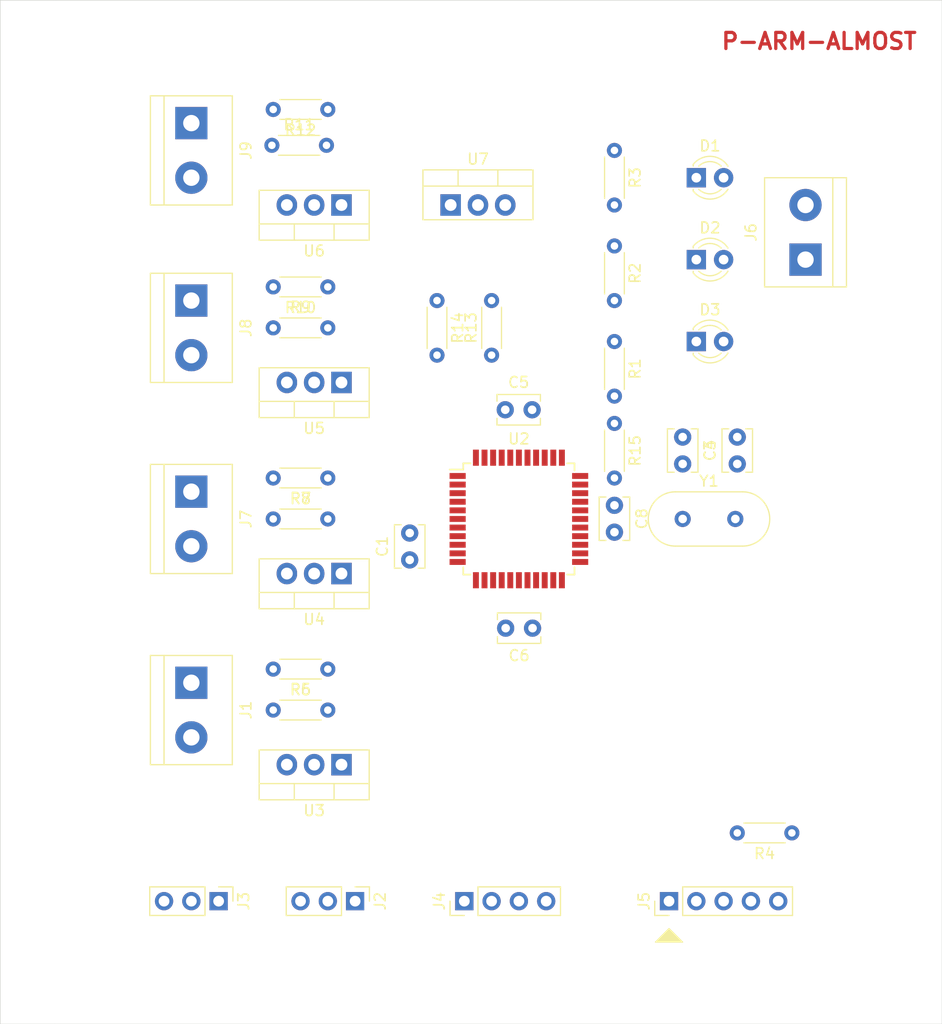
<source format=kicad_pcb>
(kicad_pcb (version 20171130) (host pcbnew "(5.1.5)-3")

  (general
    (thickness 1.6)
    (drawings 8)
    (tracks 0)
    (zones 0)
    (modules 40)
    (nets 53)
  )

  (page A4)
  (layers
    (0 F.Cu signal)
    (31 B.Cu signal)
    (32 B.Adhes user)
    (33 F.Adhes user)
    (34 B.Paste user)
    (35 F.Paste user)
    (36 B.SilkS user)
    (37 F.SilkS user)
    (38 B.Mask user)
    (39 F.Mask user)
    (40 Dwgs.User user)
    (41 Cmts.User user)
    (42 Eco1.User user)
    (43 Eco2.User user)
    (44 Edge.Cuts user)
    (45 Margin user)
    (46 B.CrtYd user)
    (47 F.CrtYd user)
    (48 B.Fab user)
    (49 F.Fab user)
  )

  (setup
    (last_trace_width 0.25)
    (trace_clearance 0.2)
    (zone_clearance 0.508)
    (zone_45_only no)
    (trace_min 0.2)
    (via_size 0.8)
    (via_drill 0.4)
    (via_min_size 0.4)
    (via_min_drill 0.3)
    (uvia_size 0.3)
    (uvia_drill 0.1)
    (uvias_allowed no)
    (uvia_min_size 0.2)
    (uvia_min_drill 0.1)
    (edge_width 0.05)
    (segment_width 0.2)
    (pcb_text_width 0.3)
    (pcb_text_size 1.5 1.5)
    (mod_edge_width 0.12)
    (mod_text_size 1 1)
    (mod_text_width 0.15)
    (pad_size 1.524 1.524)
    (pad_drill 0.762)
    (pad_to_mask_clearance 0.051)
    (solder_mask_min_width 0.25)
    (aux_axis_origin 0 0)
    (visible_elements 7FFFFFFF)
    (pcbplotparams
      (layerselection 0x010fc_ffffffff)
      (usegerberextensions false)
      (usegerberattributes false)
      (usegerberadvancedattributes false)
      (creategerberjobfile false)
      (excludeedgelayer true)
      (linewidth 0.100000)
      (plotframeref false)
      (viasonmask false)
      (mode 1)
      (useauxorigin false)
      (hpglpennumber 1)
      (hpglpenspeed 20)
      (hpglpendiameter 15.000000)
      (psnegative false)
      (psa4output false)
      (plotreference true)
      (plotvalue true)
      (plotinvisibletext false)
      (padsonsilk false)
      (subtractmaskfromsilk false)
      (outputformat 1)
      (mirror false)
      (drillshape 1)
      (scaleselection 1)
      (outputdirectory ""))
  )

  (net 0 "")
  (net 1 "Net-(C3-Pad2)")
  (net 2 GND)
  (net 3 "Net-(C4-Pad2)")
  (net 4 +3V3)
  (net 5 "Net-(D1-Pad2)")
  (net 6 "Net-(D2-Pad2)")
  (net 7 "Net-(D3-Pad2)")
  (net 8 "Net-(J2-Pad2)")
  (net 9 "Net-(J2-Pad1)")
  (net 10 "Net-(J3-Pad1)")
  (net 11 "Net-(J3-Pad2)")
  (net 12 "Net-(J4-Pad1)")
  (net 13 "Net-(J4-Pad2)")
  (net 14 "Net-(J4-Pad3)")
  (net 15 "Net-(J4-Pad4)")
  (net 16 "Net-(J5-Pad1)")
  (net 17 "Net-(J6-Pad2)")
  (net 18 "Net-(R1-Pad2)")
  (net 19 "Net-(R2-Pad2)")
  (net 20 "Net-(R3-Pad2)")
  (net 21 "Net-(R5-Pad2)")
  (net 22 "Net-(R7-Pad2)")
  (net 23 "Net-(R10-Pad1)")
  (net 24 "Net-(R11-Pad2)")
  (net 25 "Net-(R13-Pad2)")
  (net 26 "Net-(U2-Pad1)")
  (net 27 "Net-(U2-Pad8)")
  (net 28 "Net-(U2-Pad10)")
  (net 29 "Net-(U2-Pad12)")
  (net 30 "Net-(U2-Pad14)")
  (net 31 "Net-(U2-Pad19)")
  (net 32 "Net-(U2-Pad20)")
  (net 33 "Net-(U2-Pad21)")
  (net 34 "Net-(U2-Pad22)")
  (net 35 "Net-(U2-Pad25)")
  (net 36 "Net-(U2-Pad26)")
  (net 37 "Net-(U2-Pad27)")
  (net 38 "Net-(U2-Pad32)")
  (net 39 "Net-(U2-Pad33)")
  (net 40 "Net-(U2-Pad34)")
  (net 41 "Net-(U2-Pad35)")
  (net 42 "Net-(U2-Pad36)")
  (net 43 "Net-(U2-Pad37)")
  (net 44 "Net-(U2-Pad38)")
  (net 45 "Net-(U2-Pad44)")
  (net 46 "Net-(C1-Pad1)")
  (net 47 "Net-(J1-Pad2)")
  (net 48 "Net-(J5-Pad4)")
  (net 49 "Net-(J5-Pad5)")
  (net 50 "Net-(J7-Pad2)")
  (net 51 "Net-(J8-Pad2)")
  (net 52 "Net-(J9-Pad2)")

  (net_class Default "Esta es la clase de red por defecto."
    (clearance 0.2)
    (trace_width 0.25)
    (via_dia 0.8)
    (via_drill 0.4)
    (uvia_dia 0.3)
    (uvia_drill 0.1)
    (add_net +3V3)
    (add_net GND)
    (add_net "Net-(C1-Pad1)")
    (add_net "Net-(C3-Pad2)")
    (add_net "Net-(C4-Pad2)")
    (add_net "Net-(D1-Pad2)")
    (add_net "Net-(D2-Pad2)")
    (add_net "Net-(D3-Pad2)")
    (add_net "Net-(J1-Pad2)")
    (add_net "Net-(J2-Pad1)")
    (add_net "Net-(J2-Pad2)")
    (add_net "Net-(J3-Pad1)")
    (add_net "Net-(J3-Pad2)")
    (add_net "Net-(J4-Pad1)")
    (add_net "Net-(J4-Pad2)")
    (add_net "Net-(J4-Pad3)")
    (add_net "Net-(J4-Pad4)")
    (add_net "Net-(J5-Pad1)")
    (add_net "Net-(J5-Pad4)")
    (add_net "Net-(J5-Pad5)")
    (add_net "Net-(J6-Pad2)")
    (add_net "Net-(J7-Pad2)")
    (add_net "Net-(J8-Pad2)")
    (add_net "Net-(J9-Pad2)")
    (add_net "Net-(R1-Pad2)")
    (add_net "Net-(R10-Pad1)")
    (add_net "Net-(R11-Pad2)")
    (add_net "Net-(R13-Pad2)")
    (add_net "Net-(R2-Pad2)")
    (add_net "Net-(R3-Pad2)")
    (add_net "Net-(R5-Pad2)")
    (add_net "Net-(R7-Pad2)")
    (add_net "Net-(U2-Pad1)")
    (add_net "Net-(U2-Pad10)")
    (add_net "Net-(U2-Pad12)")
    (add_net "Net-(U2-Pad14)")
    (add_net "Net-(U2-Pad19)")
    (add_net "Net-(U2-Pad20)")
    (add_net "Net-(U2-Pad21)")
    (add_net "Net-(U2-Pad22)")
    (add_net "Net-(U2-Pad25)")
    (add_net "Net-(U2-Pad26)")
    (add_net "Net-(U2-Pad27)")
    (add_net "Net-(U2-Pad32)")
    (add_net "Net-(U2-Pad33)")
    (add_net "Net-(U2-Pad34)")
    (add_net "Net-(U2-Pad35)")
    (add_net "Net-(U2-Pad36)")
    (add_net "Net-(U2-Pad37)")
    (add_net "Net-(U2-Pad38)")
    (add_net "Net-(U2-Pad44)")
    (add_net "Net-(U2-Pad8)")
  )

  (module Capacitor_THT:C_Disc_D3.8mm_W2.6mm_P2.50mm (layer F.Cu) (tedit 5AE50EF0) (tstamp 5E7BB62A)
    (at 203.2 101.56 90)
    (descr "C, Disc series, Radial, pin pitch=2.50mm, , diameter*width=3.8*2.6mm^2, Capacitor, http://www.vishay.com/docs/45233/krseries.pdf")
    (tags "C Disc series Radial pin pitch 2.50mm  diameter 3.8mm width 2.6mm Capacitor")
    (path /5E5BF246)
    (fp_text reference C3 (at 1.25 -2.55 90) (layer F.SilkS)
      (effects (font (size 1 1) (thickness 0.15)))
    )
    (fp_text value 22pF (at 1.25 2.55 90) (layer F.Fab)
      (effects (font (size 1 1) (thickness 0.15)))
    )
    (fp_text user %R (at 1.25 0 90) (layer F.Fab)
      (effects (font (size 0.76 0.76) (thickness 0.114)))
    )
    (fp_line (start 3.55 -1.55) (end -1.05 -1.55) (layer F.CrtYd) (width 0.05))
    (fp_line (start 3.55 1.55) (end 3.55 -1.55) (layer F.CrtYd) (width 0.05))
    (fp_line (start -1.05 1.55) (end 3.55 1.55) (layer F.CrtYd) (width 0.05))
    (fp_line (start -1.05 -1.55) (end -1.05 1.55) (layer F.CrtYd) (width 0.05))
    (fp_line (start 3.27 0.795) (end 3.27 1.42) (layer F.SilkS) (width 0.12))
    (fp_line (start 3.27 -1.42) (end 3.27 -0.795) (layer F.SilkS) (width 0.12))
    (fp_line (start -0.77 0.795) (end -0.77 1.42) (layer F.SilkS) (width 0.12))
    (fp_line (start -0.77 -1.42) (end -0.77 -0.795) (layer F.SilkS) (width 0.12))
    (fp_line (start -0.77 1.42) (end 3.27 1.42) (layer F.SilkS) (width 0.12))
    (fp_line (start -0.77 -1.42) (end 3.27 -1.42) (layer F.SilkS) (width 0.12))
    (fp_line (start 3.15 -1.3) (end -0.65 -1.3) (layer F.Fab) (width 0.1))
    (fp_line (start 3.15 1.3) (end 3.15 -1.3) (layer F.Fab) (width 0.1))
    (fp_line (start -0.65 1.3) (end 3.15 1.3) (layer F.Fab) (width 0.1))
    (fp_line (start -0.65 -1.3) (end -0.65 1.3) (layer F.Fab) (width 0.1))
    (pad 2 thru_hole circle (at 2.5 0 90) (size 1.6 1.6) (drill 0.8) (layers *.Cu *.Mask)
      (net 1 "Net-(C3-Pad2)"))
    (pad 1 thru_hole circle (at 0 0 90) (size 1.6 1.6) (drill 0.8) (layers *.Cu *.Mask)
      (net 2 GND))
    (model ${KISYS3DMOD}/Capacitor_THT.3dshapes/C_Disc_D3.8mm_W2.6mm_P2.50mm.wrl
      (at (xyz 0 0 0))
      (scale (xyz 1 1 1))
      (rotate (xyz 0 0 0))
    )
  )

  (module Capacitor_THT:C_Disc_D3.8mm_W2.6mm_P2.50mm (layer F.Cu) (tedit 5AE50EF0) (tstamp 5E7BB63F)
    (at 198.12 99.06 270)
    (descr "C, Disc series, Radial, pin pitch=2.50mm, , diameter*width=3.8*2.6mm^2, Capacitor, http://www.vishay.com/docs/45233/krseries.pdf")
    (tags "C Disc series Radial pin pitch 2.50mm  diameter 3.8mm width 2.6mm Capacitor")
    (path /5E5BF22E)
    (fp_text reference C4 (at 1.25 -2.55 90) (layer F.SilkS)
      (effects (font (size 1 1) (thickness 0.15)))
    )
    (fp_text value 22pF (at 1.25 2.55 90) (layer F.Fab)
      (effects (font (size 1 1) (thickness 0.15)))
    )
    (fp_line (start -0.65 -1.3) (end -0.65 1.3) (layer F.Fab) (width 0.1))
    (fp_line (start -0.65 1.3) (end 3.15 1.3) (layer F.Fab) (width 0.1))
    (fp_line (start 3.15 1.3) (end 3.15 -1.3) (layer F.Fab) (width 0.1))
    (fp_line (start 3.15 -1.3) (end -0.65 -1.3) (layer F.Fab) (width 0.1))
    (fp_line (start -0.77 -1.42) (end 3.27 -1.42) (layer F.SilkS) (width 0.12))
    (fp_line (start -0.77 1.42) (end 3.27 1.42) (layer F.SilkS) (width 0.12))
    (fp_line (start -0.77 -1.42) (end -0.77 -0.795) (layer F.SilkS) (width 0.12))
    (fp_line (start -0.77 0.795) (end -0.77 1.42) (layer F.SilkS) (width 0.12))
    (fp_line (start 3.27 -1.42) (end 3.27 -0.795) (layer F.SilkS) (width 0.12))
    (fp_line (start 3.27 0.795) (end 3.27 1.42) (layer F.SilkS) (width 0.12))
    (fp_line (start -1.05 -1.55) (end -1.05 1.55) (layer F.CrtYd) (width 0.05))
    (fp_line (start -1.05 1.55) (end 3.55 1.55) (layer F.CrtYd) (width 0.05))
    (fp_line (start 3.55 1.55) (end 3.55 -1.55) (layer F.CrtYd) (width 0.05))
    (fp_line (start 3.55 -1.55) (end -1.05 -1.55) (layer F.CrtYd) (width 0.05))
    (fp_text user %R (at 1.25 0 90) (layer F.Fab)
      (effects (font (size 0.76 0.76) (thickness 0.114)))
    )
    (pad 1 thru_hole circle (at 0 0 270) (size 1.6 1.6) (drill 0.8) (layers *.Cu *.Mask)
      (net 2 GND))
    (pad 2 thru_hole circle (at 2.5 0 270) (size 1.6 1.6) (drill 0.8) (layers *.Cu *.Mask)
      (net 3 "Net-(C4-Pad2)"))
    (model ${KISYS3DMOD}/Capacitor_THT.3dshapes/C_Disc_D3.8mm_W2.6mm_P2.50mm.wrl
      (at (xyz 0 0 0))
      (scale (xyz 1 1 1))
      (rotate (xyz 0 0 0))
    )
  )

  (module Capacitor_THT:C_Disc_D3.8mm_W2.6mm_P2.50mm (layer F.Cu) (tedit 5AE50EF0) (tstamp 5E7BB654)
    (at 181.61 96.52)
    (descr "C, Disc series, Radial, pin pitch=2.50mm, , diameter*width=3.8*2.6mm^2, Capacitor, http://www.vishay.com/docs/45233/krseries.pdf")
    (tags "C Disc series Radial pin pitch 2.50mm  diameter 3.8mm width 2.6mm Capacitor")
    (path /5E794CBB)
    (fp_text reference C5 (at 1.25 -2.55) (layer F.SilkS)
      (effects (font (size 1 1) (thickness 0.15)))
    )
    (fp_text value 0.1µF (at 1.25 2.55) (layer F.Fab)
      (effects (font (size 1 1) (thickness 0.15)))
    )
    (fp_line (start -0.65 -1.3) (end -0.65 1.3) (layer F.Fab) (width 0.1))
    (fp_line (start -0.65 1.3) (end 3.15 1.3) (layer F.Fab) (width 0.1))
    (fp_line (start 3.15 1.3) (end 3.15 -1.3) (layer F.Fab) (width 0.1))
    (fp_line (start 3.15 -1.3) (end -0.65 -1.3) (layer F.Fab) (width 0.1))
    (fp_line (start -0.77 -1.42) (end 3.27 -1.42) (layer F.SilkS) (width 0.12))
    (fp_line (start -0.77 1.42) (end 3.27 1.42) (layer F.SilkS) (width 0.12))
    (fp_line (start -0.77 -1.42) (end -0.77 -0.795) (layer F.SilkS) (width 0.12))
    (fp_line (start -0.77 0.795) (end -0.77 1.42) (layer F.SilkS) (width 0.12))
    (fp_line (start 3.27 -1.42) (end 3.27 -0.795) (layer F.SilkS) (width 0.12))
    (fp_line (start 3.27 0.795) (end 3.27 1.42) (layer F.SilkS) (width 0.12))
    (fp_line (start -1.05 -1.55) (end -1.05 1.55) (layer F.CrtYd) (width 0.05))
    (fp_line (start -1.05 1.55) (end 3.55 1.55) (layer F.CrtYd) (width 0.05))
    (fp_line (start 3.55 1.55) (end 3.55 -1.55) (layer F.CrtYd) (width 0.05))
    (fp_line (start 3.55 -1.55) (end -1.05 -1.55) (layer F.CrtYd) (width 0.05))
    (fp_text user %R (at 1.25 0) (layer F.Fab)
      (effects (font (size 0.76 0.76) (thickness 0.114)))
    )
    (pad 1 thru_hole circle (at 0 0) (size 1.6 1.6) (drill 0.8) (layers *.Cu *.Mask)
      (net 4 +3V3))
    (pad 2 thru_hole circle (at 2.5 0) (size 1.6 1.6) (drill 0.8) (layers *.Cu *.Mask)
      (net 2 GND))
    (model ${KISYS3DMOD}/Capacitor_THT.3dshapes/C_Disc_D3.8mm_W2.6mm_P2.50mm.wrl
      (at (xyz 0 0 0))
      (scale (xyz 1 1 1))
      (rotate (xyz 0 0 0))
    )
  )

  (module Capacitor_THT:C_Disc_D3.8mm_W2.6mm_P2.50mm (layer F.Cu) (tedit 5AE50EF0) (tstamp 5E7BB669)
    (at 184.15 116.84 180)
    (descr "C, Disc series, Radial, pin pitch=2.50mm, , diameter*width=3.8*2.6mm^2, Capacitor, http://www.vishay.com/docs/45233/krseries.pdf")
    (tags "C Disc series Radial pin pitch 2.50mm  diameter 3.8mm width 2.6mm Capacitor")
    (path /5E7DB13D)
    (fp_text reference C6 (at 1.25 -2.55) (layer F.SilkS)
      (effects (font (size 1 1) (thickness 0.15)))
    )
    (fp_text value 0.1µF (at 1.25 2.55) (layer F.Fab)
      (effects (font (size 1 1) (thickness 0.15)))
    )
    (fp_line (start -0.65 -1.3) (end -0.65 1.3) (layer F.Fab) (width 0.1))
    (fp_line (start -0.65 1.3) (end 3.15 1.3) (layer F.Fab) (width 0.1))
    (fp_line (start 3.15 1.3) (end 3.15 -1.3) (layer F.Fab) (width 0.1))
    (fp_line (start 3.15 -1.3) (end -0.65 -1.3) (layer F.Fab) (width 0.1))
    (fp_line (start -0.77 -1.42) (end 3.27 -1.42) (layer F.SilkS) (width 0.12))
    (fp_line (start -0.77 1.42) (end 3.27 1.42) (layer F.SilkS) (width 0.12))
    (fp_line (start -0.77 -1.42) (end -0.77 -0.795) (layer F.SilkS) (width 0.12))
    (fp_line (start -0.77 0.795) (end -0.77 1.42) (layer F.SilkS) (width 0.12))
    (fp_line (start 3.27 -1.42) (end 3.27 -0.795) (layer F.SilkS) (width 0.12))
    (fp_line (start 3.27 0.795) (end 3.27 1.42) (layer F.SilkS) (width 0.12))
    (fp_line (start -1.05 -1.55) (end -1.05 1.55) (layer F.CrtYd) (width 0.05))
    (fp_line (start -1.05 1.55) (end 3.55 1.55) (layer F.CrtYd) (width 0.05))
    (fp_line (start 3.55 1.55) (end 3.55 -1.55) (layer F.CrtYd) (width 0.05))
    (fp_line (start 3.55 -1.55) (end -1.05 -1.55) (layer F.CrtYd) (width 0.05))
    (fp_text user %R (at 1.25 0) (layer F.Fab)
      (effects (font (size 0.76 0.76) (thickness 0.114)))
    )
    (pad 1 thru_hole circle (at 0 0 180) (size 1.6 1.6) (drill 0.8) (layers *.Cu *.Mask)
      (net 4 +3V3))
    (pad 2 thru_hole circle (at 2.5 0 180) (size 1.6 1.6) (drill 0.8) (layers *.Cu *.Mask)
      (net 2 GND))
    (model ${KISYS3DMOD}/Capacitor_THT.3dshapes/C_Disc_D3.8mm_W2.6mm_P2.50mm.wrl
      (at (xyz 0 0 0))
      (scale (xyz 1 1 1))
      (rotate (xyz 0 0 0))
    )
  )

  (module Capacitor_THT:C_Disc_D3.8mm_W2.6mm_P2.50mm (layer F.Cu) (tedit 5AE50EF0) (tstamp 5E7BB67E)
    (at 191.77 105.41 270)
    (descr "C, Disc series, Radial, pin pitch=2.50mm, , diameter*width=3.8*2.6mm^2, Capacitor, http://www.vishay.com/docs/45233/krseries.pdf")
    (tags "C Disc series Radial pin pitch 2.50mm  diameter 3.8mm width 2.6mm Capacitor")
    (path /5E7C5DD4)
    (fp_text reference C8 (at 1.25 -2.55 90) (layer F.SilkS)
      (effects (font (size 1 1) (thickness 0.15)))
    )
    (fp_text value 0.1µF (at 1.25 2.55 90) (layer F.Fab)
      (effects (font (size 1 1) (thickness 0.15)))
    )
    (fp_text user %R (at 1.25 0 90) (layer F.Fab)
      (effects (font (size 0.76 0.76) (thickness 0.114)))
    )
    (fp_line (start 3.55 -1.55) (end -1.05 -1.55) (layer F.CrtYd) (width 0.05))
    (fp_line (start 3.55 1.55) (end 3.55 -1.55) (layer F.CrtYd) (width 0.05))
    (fp_line (start -1.05 1.55) (end 3.55 1.55) (layer F.CrtYd) (width 0.05))
    (fp_line (start -1.05 -1.55) (end -1.05 1.55) (layer F.CrtYd) (width 0.05))
    (fp_line (start 3.27 0.795) (end 3.27 1.42) (layer F.SilkS) (width 0.12))
    (fp_line (start 3.27 -1.42) (end 3.27 -0.795) (layer F.SilkS) (width 0.12))
    (fp_line (start -0.77 0.795) (end -0.77 1.42) (layer F.SilkS) (width 0.12))
    (fp_line (start -0.77 -1.42) (end -0.77 -0.795) (layer F.SilkS) (width 0.12))
    (fp_line (start -0.77 1.42) (end 3.27 1.42) (layer F.SilkS) (width 0.12))
    (fp_line (start -0.77 -1.42) (end 3.27 -1.42) (layer F.SilkS) (width 0.12))
    (fp_line (start 3.15 -1.3) (end -0.65 -1.3) (layer F.Fab) (width 0.1))
    (fp_line (start 3.15 1.3) (end 3.15 -1.3) (layer F.Fab) (width 0.1))
    (fp_line (start -0.65 1.3) (end 3.15 1.3) (layer F.Fab) (width 0.1))
    (fp_line (start -0.65 -1.3) (end -0.65 1.3) (layer F.Fab) (width 0.1))
    (pad 2 thru_hole circle (at 2.5 0 270) (size 1.6 1.6) (drill 0.8) (layers *.Cu *.Mask)
      (net 4 +3V3))
    (pad 1 thru_hole circle (at 0 0 270) (size 1.6 1.6) (drill 0.8) (layers *.Cu *.Mask)
      (net 2 GND))
    (model ${KISYS3DMOD}/Capacitor_THT.3dshapes/C_Disc_D3.8mm_W2.6mm_P2.50mm.wrl
      (at (xyz 0 0 0))
      (scale (xyz 1 1 1))
      (rotate (xyz 0 0 0))
    )
  )

  (module LED_THT:LED_D3.0mm (layer F.Cu) (tedit 587A3A7B) (tstamp 5E7BB6A6)
    (at 199.39 74.93)
    (descr "LED, diameter 3.0mm, 2 pins")
    (tags "LED diameter 3.0mm 2 pins")
    (path /5E588349)
    (fp_text reference D1 (at 1.27 -2.96) (layer F.SilkS)
      (effects (font (size 1 1) (thickness 0.15)))
    )
    (fp_text value LED (at 1.27 2.96) (layer F.Fab)
      (effects (font (size 1 1) (thickness 0.15)))
    )
    (fp_arc (start 1.27 0) (end -0.23 -1.16619) (angle 284.3) (layer F.Fab) (width 0.1))
    (fp_arc (start 1.27 0) (end -0.29 -1.235516) (angle 108.8) (layer F.SilkS) (width 0.12))
    (fp_arc (start 1.27 0) (end -0.29 1.235516) (angle -108.8) (layer F.SilkS) (width 0.12))
    (fp_arc (start 1.27 0) (end 0.229039 -1.08) (angle 87.9) (layer F.SilkS) (width 0.12))
    (fp_arc (start 1.27 0) (end 0.229039 1.08) (angle -87.9) (layer F.SilkS) (width 0.12))
    (fp_circle (center 1.27 0) (end 2.77 0) (layer F.Fab) (width 0.1))
    (fp_line (start -0.23 -1.16619) (end -0.23 1.16619) (layer F.Fab) (width 0.1))
    (fp_line (start -0.29 -1.236) (end -0.29 -1.08) (layer F.SilkS) (width 0.12))
    (fp_line (start -0.29 1.08) (end -0.29 1.236) (layer F.SilkS) (width 0.12))
    (fp_line (start -1.15 -2.25) (end -1.15 2.25) (layer F.CrtYd) (width 0.05))
    (fp_line (start -1.15 2.25) (end 3.7 2.25) (layer F.CrtYd) (width 0.05))
    (fp_line (start 3.7 2.25) (end 3.7 -2.25) (layer F.CrtYd) (width 0.05))
    (fp_line (start 3.7 -2.25) (end -1.15 -2.25) (layer F.CrtYd) (width 0.05))
    (pad 1 thru_hole rect (at 0 0) (size 1.8 1.8) (drill 0.9) (layers *.Cu *.Mask)
      (net 2 GND))
    (pad 2 thru_hole circle (at 2.54 0) (size 1.8 1.8) (drill 0.9) (layers *.Cu *.Mask)
      (net 5 "Net-(D1-Pad2)"))
    (model ${KISYS3DMOD}/LED_THT.3dshapes/LED_D3.0mm.wrl
      (at (xyz 0 0 0))
      (scale (xyz 1 1 1))
      (rotate (xyz 0 0 0))
    )
  )

  (module LED_THT:LED_D3.0mm (layer F.Cu) (tedit 587A3A7B) (tstamp 5E7BB6B9)
    (at 199.39 82.55)
    (descr "LED, diameter 3.0mm, 2 pins")
    (tags "LED diameter 3.0mm 2 pins")
    (path /5E591027)
    (fp_text reference D2 (at 1.27 -2.96) (layer F.SilkS)
      (effects (font (size 1 1) (thickness 0.15)))
    )
    (fp_text value LED (at 1.27 2.96) (layer F.Fab)
      (effects (font (size 1 1) (thickness 0.15)))
    )
    (fp_line (start 3.7 -2.25) (end -1.15 -2.25) (layer F.CrtYd) (width 0.05))
    (fp_line (start 3.7 2.25) (end 3.7 -2.25) (layer F.CrtYd) (width 0.05))
    (fp_line (start -1.15 2.25) (end 3.7 2.25) (layer F.CrtYd) (width 0.05))
    (fp_line (start -1.15 -2.25) (end -1.15 2.25) (layer F.CrtYd) (width 0.05))
    (fp_line (start -0.29 1.08) (end -0.29 1.236) (layer F.SilkS) (width 0.12))
    (fp_line (start -0.29 -1.236) (end -0.29 -1.08) (layer F.SilkS) (width 0.12))
    (fp_line (start -0.23 -1.16619) (end -0.23 1.16619) (layer F.Fab) (width 0.1))
    (fp_circle (center 1.27 0) (end 2.77 0) (layer F.Fab) (width 0.1))
    (fp_arc (start 1.27 0) (end 0.229039 1.08) (angle -87.9) (layer F.SilkS) (width 0.12))
    (fp_arc (start 1.27 0) (end 0.229039 -1.08) (angle 87.9) (layer F.SilkS) (width 0.12))
    (fp_arc (start 1.27 0) (end -0.29 1.235516) (angle -108.8) (layer F.SilkS) (width 0.12))
    (fp_arc (start 1.27 0) (end -0.29 -1.235516) (angle 108.8) (layer F.SilkS) (width 0.12))
    (fp_arc (start 1.27 0) (end -0.23 -1.16619) (angle 284.3) (layer F.Fab) (width 0.1))
    (pad 2 thru_hole circle (at 2.54 0) (size 1.8 1.8) (drill 0.9) (layers *.Cu *.Mask)
      (net 6 "Net-(D2-Pad2)"))
    (pad 1 thru_hole rect (at 0 0) (size 1.8 1.8) (drill 0.9) (layers *.Cu *.Mask)
      (net 2 GND))
    (model ${KISYS3DMOD}/LED_THT.3dshapes/LED_D3.0mm.wrl
      (at (xyz 0 0 0))
      (scale (xyz 1 1 1))
      (rotate (xyz 0 0 0))
    )
  )

  (module LED_THT:LED_D3.0mm (layer F.Cu) (tedit 587A3A7B) (tstamp 5E7BB6CC)
    (at 199.39 90.17)
    (descr "LED, diameter 3.0mm, 2 pins")
    (tags "LED diameter 3.0mm 2 pins")
    (path /5E59369A)
    (fp_text reference D3 (at 1.27 -2.96) (layer F.SilkS)
      (effects (font (size 1 1) (thickness 0.15)))
    )
    (fp_text value LED (at 1.27 2.96) (layer F.Fab)
      (effects (font (size 1 1) (thickness 0.15)))
    )
    (fp_arc (start 1.27 0) (end -0.23 -1.16619) (angle 284.3) (layer F.Fab) (width 0.1))
    (fp_arc (start 1.27 0) (end -0.29 -1.235516) (angle 108.8) (layer F.SilkS) (width 0.12))
    (fp_arc (start 1.27 0) (end -0.29 1.235516) (angle -108.8) (layer F.SilkS) (width 0.12))
    (fp_arc (start 1.27 0) (end 0.229039 -1.08) (angle 87.9) (layer F.SilkS) (width 0.12))
    (fp_arc (start 1.27 0) (end 0.229039 1.08) (angle -87.9) (layer F.SilkS) (width 0.12))
    (fp_circle (center 1.27 0) (end 2.77 0) (layer F.Fab) (width 0.1))
    (fp_line (start -0.23 -1.16619) (end -0.23 1.16619) (layer F.Fab) (width 0.1))
    (fp_line (start -0.29 -1.236) (end -0.29 -1.08) (layer F.SilkS) (width 0.12))
    (fp_line (start -0.29 1.08) (end -0.29 1.236) (layer F.SilkS) (width 0.12))
    (fp_line (start -1.15 -2.25) (end -1.15 2.25) (layer F.CrtYd) (width 0.05))
    (fp_line (start -1.15 2.25) (end 3.7 2.25) (layer F.CrtYd) (width 0.05))
    (fp_line (start 3.7 2.25) (end 3.7 -2.25) (layer F.CrtYd) (width 0.05))
    (fp_line (start 3.7 -2.25) (end -1.15 -2.25) (layer F.CrtYd) (width 0.05))
    (pad 1 thru_hole rect (at 0 0) (size 1.8 1.8) (drill 0.9) (layers *.Cu *.Mask)
      (net 2 GND))
    (pad 2 thru_hole circle (at 2.54 0) (size 1.8 1.8) (drill 0.9) (layers *.Cu *.Mask)
      (net 7 "Net-(D3-Pad2)"))
    (model ${KISYS3DMOD}/LED_THT.3dshapes/LED_D3.0mm.wrl
      (at (xyz 0 0 0))
      (scale (xyz 1 1 1))
      (rotate (xyz 0 0 0))
    )
  )

  (module Connector_PinHeader_2.54mm:PinHeader_1x03_P2.54mm_Vertical (layer F.Cu) (tedit 59FED5CC) (tstamp 5E7BB6E3)
    (at 167.64 142.24 270)
    (descr "Through hole straight pin header, 1x03, 2.54mm pitch, single row")
    (tags "Through hole pin header THT 1x03 2.54mm single row")
    (path /5E54CA6A)
    (fp_text reference J2 (at 0 -2.33 90) (layer F.SilkS)
      (effects (font (size 1 1) (thickness 0.15)))
    )
    (fp_text value Conn_01x03_UART1 (at 0 7.41 90) (layer F.Fab)
      (effects (font (size 1 1) (thickness 0.15)))
    )
    (fp_text user %R (at 0 2.54) (layer F.Fab)
      (effects (font (size 1 1) (thickness 0.15)))
    )
    (fp_line (start 1.8 -1.8) (end -1.8 -1.8) (layer F.CrtYd) (width 0.05))
    (fp_line (start 1.8 6.85) (end 1.8 -1.8) (layer F.CrtYd) (width 0.05))
    (fp_line (start -1.8 6.85) (end 1.8 6.85) (layer F.CrtYd) (width 0.05))
    (fp_line (start -1.8 -1.8) (end -1.8 6.85) (layer F.CrtYd) (width 0.05))
    (fp_line (start -1.33 -1.33) (end 0 -1.33) (layer F.SilkS) (width 0.12))
    (fp_line (start -1.33 0) (end -1.33 -1.33) (layer F.SilkS) (width 0.12))
    (fp_line (start -1.33 1.27) (end 1.33 1.27) (layer F.SilkS) (width 0.12))
    (fp_line (start 1.33 1.27) (end 1.33 6.41) (layer F.SilkS) (width 0.12))
    (fp_line (start -1.33 1.27) (end -1.33 6.41) (layer F.SilkS) (width 0.12))
    (fp_line (start -1.33 6.41) (end 1.33 6.41) (layer F.SilkS) (width 0.12))
    (fp_line (start -1.27 -0.635) (end -0.635 -1.27) (layer F.Fab) (width 0.1))
    (fp_line (start -1.27 6.35) (end -1.27 -0.635) (layer F.Fab) (width 0.1))
    (fp_line (start 1.27 6.35) (end -1.27 6.35) (layer F.Fab) (width 0.1))
    (fp_line (start 1.27 -1.27) (end 1.27 6.35) (layer F.Fab) (width 0.1))
    (fp_line (start -0.635 -1.27) (end 1.27 -1.27) (layer F.Fab) (width 0.1))
    (pad 3 thru_hole oval (at 0 5.08 270) (size 1.7 1.7) (drill 1) (layers *.Cu *.Mask)
      (net 2 GND))
    (pad 2 thru_hole oval (at 0 2.54 270) (size 1.7 1.7) (drill 1) (layers *.Cu *.Mask)
      (net 8 "Net-(J2-Pad2)"))
    (pad 1 thru_hole rect (at 0 0 270) (size 1.7 1.7) (drill 1) (layers *.Cu *.Mask)
      (net 9 "Net-(J2-Pad1)"))
    (model ${KISYS3DMOD}/Connector_PinHeader_2.54mm.3dshapes/PinHeader_1x03_P2.54mm_Vertical.wrl
      (at (xyz 0 0 0))
      (scale (xyz 1 1 1))
      (rotate (xyz 0 0 0))
    )
  )

  (module Connector_PinHeader_2.54mm:PinHeader_1x03_P2.54mm_Vertical (layer F.Cu) (tedit 59FED5CC) (tstamp 5E7BB6FA)
    (at 154.94 142.24 270)
    (descr "Through hole straight pin header, 1x03, 2.54mm pitch, single row")
    (tags "Through hole pin header THT 1x03 2.54mm single row")
    (path /5E55105D)
    (fp_text reference J3 (at 0 -2.33 90) (layer F.SilkS)
      (effects (font (size 1 1) (thickness 0.15)))
    )
    (fp_text value Conn_01x03_UART2 (at 0 7.41 90) (layer F.Fab)
      (effects (font (size 1 1) (thickness 0.15)))
    )
    (fp_line (start -0.635 -1.27) (end 1.27 -1.27) (layer F.Fab) (width 0.1))
    (fp_line (start 1.27 -1.27) (end 1.27 6.35) (layer F.Fab) (width 0.1))
    (fp_line (start 1.27 6.35) (end -1.27 6.35) (layer F.Fab) (width 0.1))
    (fp_line (start -1.27 6.35) (end -1.27 -0.635) (layer F.Fab) (width 0.1))
    (fp_line (start -1.27 -0.635) (end -0.635 -1.27) (layer F.Fab) (width 0.1))
    (fp_line (start -1.33 6.41) (end 1.33 6.41) (layer F.SilkS) (width 0.12))
    (fp_line (start -1.33 1.27) (end -1.33 6.41) (layer F.SilkS) (width 0.12))
    (fp_line (start 1.33 1.27) (end 1.33 6.41) (layer F.SilkS) (width 0.12))
    (fp_line (start -1.33 1.27) (end 1.33 1.27) (layer F.SilkS) (width 0.12))
    (fp_line (start -1.33 0) (end -1.33 -1.33) (layer F.SilkS) (width 0.12))
    (fp_line (start -1.33 -1.33) (end 0 -1.33) (layer F.SilkS) (width 0.12))
    (fp_line (start -1.8 -1.8) (end -1.8 6.85) (layer F.CrtYd) (width 0.05))
    (fp_line (start -1.8 6.85) (end 1.8 6.85) (layer F.CrtYd) (width 0.05))
    (fp_line (start 1.8 6.85) (end 1.8 -1.8) (layer F.CrtYd) (width 0.05))
    (fp_line (start 1.8 -1.8) (end -1.8 -1.8) (layer F.CrtYd) (width 0.05))
    (fp_text user %R (at 0 2.54) (layer F.Fab)
      (effects (font (size 1 1) (thickness 0.15)))
    )
    (pad 1 thru_hole rect (at 0 0 270) (size 1.7 1.7) (drill 1) (layers *.Cu *.Mask)
      (net 10 "Net-(J3-Pad1)"))
    (pad 2 thru_hole oval (at 0 2.54 270) (size 1.7 1.7) (drill 1) (layers *.Cu *.Mask)
      (net 11 "Net-(J3-Pad2)"))
    (pad 3 thru_hole oval (at 0 5.08 270) (size 1.7 1.7) (drill 1) (layers *.Cu *.Mask)
      (net 2 GND))
    (model ${KISYS3DMOD}/Connector_PinHeader_2.54mm.3dshapes/PinHeader_1x03_P2.54mm_Vertical.wrl
      (at (xyz 0 0 0))
      (scale (xyz 1 1 1))
      (rotate (xyz 0 0 0))
    )
  )

  (module Connector_PinHeader_2.54mm:PinHeader_1x04_P2.54mm_Vertical (layer F.Cu) (tedit 59FED5CC) (tstamp 5E7BB712)
    (at 177.8 142.24 90)
    (descr "Through hole straight pin header, 1x04, 2.54mm pitch, single row")
    (tags "Through hole pin header THT 1x04 2.54mm single row")
    (path /5E6EF778)
    (fp_text reference J4 (at 0 -2.33 90) (layer F.SilkS)
      (effects (font (size 1 1) (thickness 0.15)))
    )
    (fp_text value Conn_01x04_PWM (at 0 9.95 90) (layer F.Fab)
      (effects (font (size 1 1) (thickness 0.15)))
    )
    (fp_line (start -0.635 -1.27) (end 1.27 -1.27) (layer F.Fab) (width 0.1))
    (fp_line (start 1.27 -1.27) (end 1.27 8.89) (layer F.Fab) (width 0.1))
    (fp_line (start 1.27 8.89) (end -1.27 8.89) (layer F.Fab) (width 0.1))
    (fp_line (start -1.27 8.89) (end -1.27 -0.635) (layer F.Fab) (width 0.1))
    (fp_line (start -1.27 -0.635) (end -0.635 -1.27) (layer F.Fab) (width 0.1))
    (fp_line (start -1.33 8.95) (end 1.33 8.95) (layer F.SilkS) (width 0.12))
    (fp_line (start -1.33 1.27) (end -1.33 8.95) (layer F.SilkS) (width 0.12))
    (fp_line (start 1.33 1.27) (end 1.33 8.95) (layer F.SilkS) (width 0.12))
    (fp_line (start -1.33 1.27) (end 1.33 1.27) (layer F.SilkS) (width 0.12))
    (fp_line (start -1.33 0) (end -1.33 -1.33) (layer F.SilkS) (width 0.12))
    (fp_line (start -1.33 -1.33) (end 0 -1.33) (layer F.SilkS) (width 0.12))
    (fp_line (start -1.8 -1.8) (end -1.8 9.4) (layer F.CrtYd) (width 0.05))
    (fp_line (start -1.8 9.4) (end 1.8 9.4) (layer F.CrtYd) (width 0.05))
    (fp_line (start 1.8 9.4) (end 1.8 -1.8) (layer F.CrtYd) (width 0.05))
    (fp_line (start 1.8 -1.8) (end -1.8 -1.8) (layer F.CrtYd) (width 0.05))
    (fp_text user %R (at 0 3.81) (layer F.Fab)
      (effects (font (size 1 1) (thickness 0.15)))
    )
    (pad 1 thru_hole rect (at 0 0 90) (size 1.7 1.7) (drill 1) (layers *.Cu *.Mask)
      (net 12 "Net-(J4-Pad1)"))
    (pad 2 thru_hole oval (at 0 2.54 90) (size 1.7 1.7) (drill 1) (layers *.Cu *.Mask)
      (net 13 "Net-(J4-Pad2)"))
    (pad 3 thru_hole oval (at 0 5.08 90) (size 1.7 1.7) (drill 1) (layers *.Cu *.Mask)
      (net 14 "Net-(J4-Pad3)"))
    (pad 4 thru_hole oval (at 0 7.62 90) (size 1.7 1.7) (drill 1) (layers *.Cu *.Mask)
      (net 15 "Net-(J4-Pad4)"))
    (model ${KISYS3DMOD}/Connector_PinHeader_2.54mm.3dshapes/PinHeader_1x04_P2.54mm_Vertical.wrl
      (at (xyz 0 0 0))
      (scale (xyz 1 1 1))
      (rotate (xyz 0 0 0))
    )
  )

  (module Connector_PinHeader_2.54mm:PinHeader_1x05_P2.54mm_Vertical (layer F.Cu) (tedit 59FED5CC) (tstamp 5E7BB72B)
    (at 196.85 142.24 90)
    (descr "Through hole straight pin header, 1x05, 2.54mm pitch, single row")
    (tags "Through hole pin header THT 1x05 2.54mm single row")
    (path /5E53B068)
    (fp_text reference J5 (at 0 -2.33 90) (layer F.SilkS)
      (effects (font (size 1 1) (thickness 0.15)))
    )
    (fp_text value Conn_01x05_PROGRAMER (at 0 12.49 90) (layer F.Fab)
      (effects (font (size 1 1) (thickness 0.15)))
    )
    (fp_line (start -0.635 -1.27) (end 1.27 -1.27) (layer F.Fab) (width 0.1))
    (fp_line (start 1.27 -1.27) (end 1.27 11.43) (layer F.Fab) (width 0.1))
    (fp_line (start 1.27 11.43) (end -1.27 11.43) (layer F.Fab) (width 0.1))
    (fp_line (start -1.27 11.43) (end -1.27 -0.635) (layer F.Fab) (width 0.1))
    (fp_line (start -1.27 -0.635) (end -0.635 -1.27) (layer F.Fab) (width 0.1))
    (fp_line (start -1.33 11.49) (end 1.33 11.49) (layer F.SilkS) (width 0.12))
    (fp_line (start -1.33 1.27) (end -1.33 11.49) (layer F.SilkS) (width 0.12))
    (fp_line (start 1.33 1.27) (end 1.33 11.49) (layer F.SilkS) (width 0.12))
    (fp_line (start -1.33 1.27) (end 1.33 1.27) (layer F.SilkS) (width 0.12))
    (fp_line (start -1.33 0) (end -1.33 -1.33) (layer F.SilkS) (width 0.12))
    (fp_line (start -1.33 -1.33) (end 0 -1.33) (layer F.SilkS) (width 0.12))
    (fp_line (start -1.8 -1.8) (end -1.8 11.95) (layer F.CrtYd) (width 0.05))
    (fp_line (start -1.8 11.95) (end 1.8 11.95) (layer F.CrtYd) (width 0.05))
    (fp_line (start 1.8 11.95) (end 1.8 -1.8) (layer F.CrtYd) (width 0.05))
    (fp_line (start 1.8 -1.8) (end -1.8 -1.8) (layer F.CrtYd) (width 0.05))
    (fp_text user %R (at 0 5.08) (layer F.Fab)
      (effects (font (size 1 1) (thickness 0.15)))
    )
    (pad 1 thru_hole rect (at 0 0 90) (size 1.7 1.7) (drill 1) (layers *.Cu *.Mask)
      (net 16 "Net-(J5-Pad1)"))
    (pad 2 thru_hole oval (at 0 2.54 90) (size 1.7 1.7) (drill 1) (layers *.Cu *.Mask)
      (net 4 +3V3))
    (pad 3 thru_hole oval (at 0 5.08 90) (size 1.7 1.7) (drill 1) (layers *.Cu *.Mask)
      (net 2 GND))
    (pad 4 thru_hole oval (at 0 7.62 90) (size 1.7 1.7) (drill 1) (layers *.Cu *.Mask)
      (net 48 "Net-(J5-Pad4)"))
    (pad 5 thru_hole oval (at 0 10.16 90) (size 1.7 1.7) (drill 1) (layers *.Cu *.Mask)
      (net 49 "Net-(J5-Pad5)"))
    (model ${KISYS3DMOD}/Connector_PinHeader_2.54mm.3dshapes/PinHeader_1x05_P2.54mm_Vertical.wrl
      (at (xyz 0 0 0))
      (scale (xyz 1 1 1))
      (rotate (xyz 0 0 0))
    )
  )

  (module TerminalBlock:TerminalBlock_bornier-2_P5.08mm (layer F.Cu) (tedit 59FF03AB) (tstamp 5E7BB740)
    (at 209.55 82.55 90)
    (descr "simple 2-pin terminal block, pitch 5.08mm, revamped version of bornier2")
    (tags "terminal block bornier2")
    (path /5E83A5B1)
    (fp_text reference J6 (at 2.54 -5.08 90) (layer F.SilkS)
      (effects (font (size 1 1) (thickness 0.15)))
    )
    (fp_text value Conn_01x02_POWER (at 2.54 5.08 90) (layer F.Fab)
      (effects (font (size 1 1) (thickness 0.15)))
    )
    (fp_text user %R (at 2.54 0 90) (layer F.Fab)
      (effects (font (size 1 1) (thickness 0.15)))
    )
    (fp_line (start -2.41 2.55) (end 7.49 2.55) (layer F.Fab) (width 0.1))
    (fp_line (start -2.46 -3.75) (end -2.46 3.75) (layer F.Fab) (width 0.1))
    (fp_line (start -2.46 3.75) (end 7.54 3.75) (layer F.Fab) (width 0.1))
    (fp_line (start 7.54 3.75) (end 7.54 -3.75) (layer F.Fab) (width 0.1))
    (fp_line (start 7.54 -3.75) (end -2.46 -3.75) (layer F.Fab) (width 0.1))
    (fp_line (start 7.62 2.54) (end -2.54 2.54) (layer F.SilkS) (width 0.12))
    (fp_line (start 7.62 3.81) (end 7.62 -3.81) (layer F.SilkS) (width 0.12))
    (fp_line (start 7.62 -3.81) (end -2.54 -3.81) (layer F.SilkS) (width 0.12))
    (fp_line (start -2.54 -3.81) (end -2.54 3.81) (layer F.SilkS) (width 0.12))
    (fp_line (start -2.54 3.81) (end 7.62 3.81) (layer F.SilkS) (width 0.12))
    (fp_line (start -2.71 -4) (end 7.79 -4) (layer F.CrtYd) (width 0.05))
    (fp_line (start -2.71 -4) (end -2.71 4) (layer F.CrtYd) (width 0.05))
    (fp_line (start 7.79 4) (end 7.79 -4) (layer F.CrtYd) (width 0.05))
    (fp_line (start 7.79 4) (end -2.71 4) (layer F.CrtYd) (width 0.05))
    (pad 1 thru_hole rect (at 0 0 90) (size 3 3) (drill 1.52) (layers *.Cu *.Mask)
      (net 2 GND))
    (pad 2 thru_hole circle (at 5.08 0 90) (size 3 3) (drill 1.52) (layers *.Cu *.Mask)
      (net 17 "Net-(J6-Pad2)"))
    (model ${KISYS3DMOD}/TerminalBlock.3dshapes/TerminalBlock_bornier-2_P5.08mm.wrl
      (offset (xyz 2.539999961853027 0 0))
      (scale (xyz 1 1 1))
      (rotate (xyz 0 0 0))
    )
  )

  (module Resistor_THT:R_Axial_DIN0204_L3.6mm_D1.6mm_P5.08mm_Horizontal (layer F.Cu) (tedit 5AE5139B) (tstamp 5E7BB753)
    (at 191.77 90.17 270)
    (descr "Resistor, Axial_DIN0204 series, Axial, Horizontal, pin pitch=5.08mm, 0.167W, length*diameter=3.6*1.6mm^2, http://cdn-reichelt.de/documents/datenblatt/B400/1_4W%23YAG.pdf")
    (tags "Resistor Axial_DIN0204 series Axial Horizontal pin pitch 5.08mm 0.167W length 3.6mm diameter 1.6mm")
    (path /5E722A02)
    (fp_text reference R1 (at 2.54 -1.92 90) (layer F.SilkS)
      (effects (font (size 1 1) (thickness 0.15)))
    )
    (fp_text value K2 (at 2.54 1.92 90) (layer F.Fab)
      (effects (font (size 1 1) (thickness 0.15)))
    )
    (fp_text user %R (at 2.54 0 90) (layer F.Fab)
      (effects (font (size 0.72 0.72) (thickness 0.108)))
    )
    (fp_line (start 6.03 -1.05) (end -0.95 -1.05) (layer F.CrtYd) (width 0.05))
    (fp_line (start 6.03 1.05) (end 6.03 -1.05) (layer F.CrtYd) (width 0.05))
    (fp_line (start -0.95 1.05) (end 6.03 1.05) (layer F.CrtYd) (width 0.05))
    (fp_line (start -0.95 -1.05) (end -0.95 1.05) (layer F.CrtYd) (width 0.05))
    (fp_line (start 0.62 0.92) (end 4.46 0.92) (layer F.SilkS) (width 0.12))
    (fp_line (start 0.62 -0.92) (end 4.46 -0.92) (layer F.SilkS) (width 0.12))
    (fp_line (start 5.08 0) (end 4.34 0) (layer F.Fab) (width 0.1))
    (fp_line (start 0 0) (end 0.74 0) (layer F.Fab) (width 0.1))
    (fp_line (start 4.34 -0.8) (end 0.74 -0.8) (layer F.Fab) (width 0.1))
    (fp_line (start 4.34 0.8) (end 4.34 -0.8) (layer F.Fab) (width 0.1))
    (fp_line (start 0.74 0.8) (end 4.34 0.8) (layer F.Fab) (width 0.1))
    (fp_line (start 0.74 -0.8) (end 0.74 0.8) (layer F.Fab) (width 0.1))
    (pad 2 thru_hole oval (at 5.08 0 270) (size 1.4 1.4) (drill 0.7) (layers *.Cu *.Mask)
      (net 18 "Net-(R1-Pad2)"))
    (pad 1 thru_hole circle (at 0 0 270) (size 1.4 1.4) (drill 0.7) (layers *.Cu *.Mask)
      (net 7 "Net-(D3-Pad2)"))
    (model ${KISYS3DMOD}/Resistor_THT.3dshapes/R_Axial_DIN0204_L3.6mm_D1.6mm_P5.08mm_Horizontal.wrl
      (at (xyz 0 0 0))
      (scale (xyz 1 1 1))
      (rotate (xyz 0 0 0))
    )
  )

  (module Resistor_THT:R_Axial_DIN0204_L3.6mm_D1.6mm_P5.08mm_Horizontal (layer F.Cu) (tedit 5AE5139B) (tstamp 5E7BB766)
    (at 191.77 81.28 270)
    (descr "Resistor, Axial_DIN0204 series, Axial, Horizontal, pin pitch=5.08mm, 0.167W, length*diameter=3.6*1.6mm^2, http://cdn-reichelt.de/documents/datenblatt/B400/1_4W%23YAG.pdf")
    (tags "Resistor Axial_DIN0204 series Axial Horizontal pin pitch 5.08mm 0.167W length 3.6mm diameter 1.6mm")
    (path /5E723556)
    (fp_text reference R2 (at 2.54 -1.92 90) (layer F.SilkS)
      (effects (font (size 1 1) (thickness 0.15)))
    )
    (fp_text value K2 (at 2.54 1.92 90) (layer F.Fab)
      (effects (font (size 1 1) (thickness 0.15)))
    )
    (fp_line (start 0.74 -0.8) (end 0.74 0.8) (layer F.Fab) (width 0.1))
    (fp_line (start 0.74 0.8) (end 4.34 0.8) (layer F.Fab) (width 0.1))
    (fp_line (start 4.34 0.8) (end 4.34 -0.8) (layer F.Fab) (width 0.1))
    (fp_line (start 4.34 -0.8) (end 0.74 -0.8) (layer F.Fab) (width 0.1))
    (fp_line (start 0 0) (end 0.74 0) (layer F.Fab) (width 0.1))
    (fp_line (start 5.08 0) (end 4.34 0) (layer F.Fab) (width 0.1))
    (fp_line (start 0.62 -0.92) (end 4.46 -0.92) (layer F.SilkS) (width 0.12))
    (fp_line (start 0.62 0.92) (end 4.46 0.92) (layer F.SilkS) (width 0.12))
    (fp_line (start -0.95 -1.05) (end -0.95 1.05) (layer F.CrtYd) (width 0.05))
    (fp_line (start -0.95 1.05) (end 6.03 1.05) (layer F.CrtYd) (width 0.05))
    (fp_line (start 6.03 1.05) (end 6.03 -1.05) (layer F.CrtYd) (width 0.05))
    (fp_line (start 6.03 -1.05) (end -0.95 -1.05) (layer F.CrtYd) (width 0.05))
    (fp_text user %R (at 2.54 0 90) (layer F.Fab)
      (effects (font (size 0.72 0.72) (thickness 0.108)))
    )
    (pad 1 thru_hole circle (at 0 0 270) (size 1.4 1.4) (drill 0.7) (layers *.Cu *.Mask)
      (net 6 "Net-(D2-Pad2)"))
    (pad 2 thru_hole oval (at 5.08 0 270) (size 1.4 1.4) (drill 0.7) (layers *.Cu *.Mask)
      (net 19 "Net-(R2-Pad2)"))
    (model ${KISYS3DMOD}/Resistor_THT.3dshapes/R_Axial_DIN0204_L3.6mm_D1.6mm_P5.08mm_Horizontal.wrl
      (at (xyz 0 0 0))
      (scale (xyz 1 1 1))
      (rotate (xyz 0 0 0))
    )
  )

  (module Resistor_THT:R_Axial_DIN0204_L3.6mm_D1.6mm_P5.08mm_Horizontal (layer F.Cu) (tedit 5AE5139B) (tstamp 5E7BB779)
    (at 191.77 72.39 270)
    (descr "Resistor, Axial_DIN0204 series, Axial, Horizontal, pin pitch=5.08mm, 0.167W, length*diameter=3.6*1.6mm^2, http://cdn-reichelt.de/documents/datenblatt/B400/1_4W%23YAG.pdf")
    (tags "Resistor Axial_DIN0204 series Axial Horizontal pin pitch 5.08mm 0.167W length 3.6mm diameter 1.6mm")
    (path /5E725740)
    (fp_text reference R3 (at 2.54 -1.92 90) (layer F.SilkS)
      (effects (font (size 1 1) (thickness 0.15)))
    )
    (fp_text value K2 (at 2.54 1.92 90) (layer F.Fab)
      (effects (font (size 1 1) (thickness 0.15)))
    )
    (fp_line (start 0.74 -0.8) (end 0.74 0.8) (layer F.Fab) (width 0.1))
    (fp_line (start 0.74 0.8) (end 4.34 0.8) (layer F.Fab) (width 0.1))
    (fp_line (start 4.34 0.8) (end 4.34 -0.8) (layer F.Fab) (width 0.1))
    (fp_line (start 4.34 -0.8) (end 0.74 -0.8) (layer F.Fab) (width 0.1))
    (fp_line (start 0 0) (end 0.74 0) (layer F.Fab) (width 0.1))
    (fp_line (start 5.08 0) (end 4.34 0) (layer F.Fab) (width 0.1))
    (fp_line (start 0.62 -0.92) (end 4.46 -0.92) (layer F.SilkS) (width 0.12))
    (fp_line (start 0.62 0.92) (end 4.46 0.92) (layer F.SilkS) (width 0.12))
    (fp_line (start -0.95 -1.05) (end -0.95 1.05) (layer F.CrtYd) (width 0.05))
    (fp_line (start -0.95 1.05) (end 6.03 1.05) (layer F.CrtYd) (width 0.05))
    (fp_line (start 6.03 1.05) (end 6.03 -1.05) (layer F.CrtYd) (width 0.05))
    (fp_line (start 6.03 -1.05) (end -0.95 -1.05) (layer F.CrtYd) (width 0.05))
    (fp_text user %R (at 2.54 0 90) (layer F.Fab)
      (effects (font (size 0.72 0.72) (thickness 0.108)))
    )
    (pad 1 thru_hole circle (at 0 0 270) (size 1.4 1.4) (drill 0.7) (layers *.Cu *.Mask)
      (net 5 "Net-(D1-Pad2)"))
    (pad 2 thru_hole oval (at 5.08 0 270) (size 1.4 1.4) (drill 0.7) (layers *.Cu *.Mask)
      (net 20 "Net-(R3-Pad2)"))
    (model ${KISYS3DMOD}/Resistor_THT.3dshapes/R_Axial_DIN0204_L3.6mm_D1.6mm_P5.08mm_Horizontal.wrl
      (at (xyz 0 0 0))
      (scale (xyz 1 1 1))
      (rotate (xyz 0 0 0))
    )
  )

  (module Resistor_THT:R_Axial_DIN0204_L3.6mm_D1.6mm_P5.08mm_Horizontal (layer F.Cu) (tedit 5AE5139B) (tstamp 5E7BB78C)
    (at 208.28 135.89 180)
    (descr "Resistor, Axial_DIN0204 series, Axial, Horizontal, pin pitch=5.08mm, 0.167W, length*diameter=3.6*1.6mm^2, http://cdn-reichelt.de/documents/datenblatt/B400/1_4W%23YAG.pdf")
    (tags "Resistor Axial_DIN0204 series Axial Horizontal pin pitch 5.08mm 0.167W length 3.6mm diameter 1.6mm")
    (path /5E81C5AF)
    (fp_text reference R4 (at 2.54 -1.92) (layer F.SilkS)
      (effects (font (size 1 1) (thickness 0.15)))
    )
    (fp_text value 5k (at 2.54 1.92) (layer F.Fab)
      (effects (font (size 1 1) (thickness 0.15)))
    )
    (fp_text user %R (at 2.54 0) (layer F.Fab)
      (effects (font (size 0.72 0.72) (thickness 0.108)))
    )
    (fp_line (start 6.03 -1.05) (end -0.95 -1.05) (layer F.CrtYd) (width 0.05))
    (fp_line (start 6.03 1.05) (end 6.03 -1.05) (layer F.CrtYd) (width 0.05))
    (fp_line (start -0.95 1.05) (end 6.03 1.05) (layer F.CrtYd) (width 0.05))
    (fp_line (start -0.95 -1.05) (end -0.95 1.05) (layer F.CrtYd) (width 0.05))
    (fp_line (start 0.62 0.92) (end 4.46 0.92) (layer F.SilkS) (width 0.12))
    (fp_line (start 0.62 -0.92) (end 4.46 -0.92) (layer F.SilkS) (width 0.12))
    (fp_line (start 5.08 0) (end 4.34 0) (layer F.Fab) (width 0.1))
    (fp_line (start 0 0) (end 0.74 0) (layer F.Fab) (width 0.1))
    (fp_line (start 4.34 -0.8) (end 0.74 -0.8) (layer F.Fab) (width 0.1))
    (fp_line (start 4.34 0.8) (end 4.34 -0.8) (layer F.Fab) (width 0.1))
    (fp_line (start 0.74 0.8) (end 4.34 0.8) (layer F.Fab) (width 0.1))
    (fp_line (start 0.74 -0.8) (end 0.74 0.8) (layer F.Fab) (width 0.1))
    (pad 2 thru_hole oval (at 5.08 0 180) (size 1.4 1.4) (drill 0.7) (layers *.Cu *.Mask)
      (net 16 "Net-(J5-Pad1)"))
    (pad 1 thru_hole circle (at 0 0 180) (size 1.4 1.4) (drill 0.7) (layers *.Cu *.Mask)
      (net 4 +3V3))
    (model ${KISYS3DMOD}/Resistor_THT.3dshapes/R_Axial_DIN0204_L3.6mm_D1.6mm_P5.08mm_Horizontal.wrl
      (at (xyz 0 0 0))
      (scale (xyz 1 1 1))
      (rotate (xyz 0 0 0))
    )
  )

  (module Resistor_THT:R_Axial_DIN0204_L3.6mm_D1.6mm_P5.08mm_Horizontal (layer F.Cu) (tedit 5AE5139B) (tstamp 5E7BB79F)
    (at 160.02 124.46)
    (descr "Resistor, Axial_DIN0204 series, Axial, Horizontal, pin pitch=5.08mm, 0.167W, length*diameter=3.6*1.6mm^2, http://cdn-reichelt.de/documents/datenblatt/B400/1_4W%23YAG.pdf")
    (tags "Resistor Axial_DIN0204 series Axial Horizontal pin pitch 5.08mm 0.167W length 3.6mm diameter 1.6mm")
    (path /5E7D6096)
    (fp_text reference R5 (at 2.54 -1.92) (layer F.SilkS)
      (effects (font (size 1 1) (thickness 0.15)))
    )
    (fp_text value 240 (at 2.54 1.92) (layer F.Fab)
      (effects (font (size 1 1) (thickness 0.15)))
    )
    (fp_line (start 0.74 -0.8) (end 0.74 0.8) (layer F.Fab) (width 0.1))
    (fp_line (start 0.74 0.8) (end 4.34 0.8) (layer F.Fab) (width 0.1))
    (fp_line (start 4.34 0.8) (end 4.34 -0.8) (layer F.Fab) (width 0.1))
    (fp_line (start 4.34 -0.8) (end 0.74 -0.8) (layer F.Fab) (width 0.1))
    (fp_line (start 0 0) (end 0.74 0) (layer F.Fab) (width 0.1))
    (fp_line (start 5.08 0) (end 4.34 0) (layer F.Fab) (width 0.1))
    (fp_line (start 0.62 -0.92) (end 4.46 -0.92) (layer F.SilkS) (width 0.12))
    (fp_line (start 0.62 0.92) (end 4.46 0.92) (layer F.SilkS) (width 0.12))
    (fp_line (start -0.95 -1.05) (end -0.95 1.05) (layer F.CrtYd) (width 0.05))
    (fp_line (start -0.95 1.05) (end 6.03 1.05) (layer F.CrtYd) (width 0.05))
    (fp_line (start 6.03 1.05) (end 6.03 -1.05) (layer F.CrtYd) (width 0.05))
    (fp_line (start 6.03 -1.05) (end -0.95 -1.05) (layer F.CrtYd) (width 0.05))
    (fp_text user %R (at 2.54 0) (layer F.Fab)
      (effects (font (size 0.72 0.72) (thickness 0.108)))
    )
    (pad 1 thru_hole circle (at 0 0) (size 1.4 1.4) (drill 0.7) (layers *.Cu *.Mask)
      (net 47 "Net-(J1-Pad2)"))
    (pad 2 thru_hole oval (at 5.08 0) (size 1.4 1.4) (drill 0.7) (layers *.Cu *.Mask)
      (net 21 "Net-(R5-Pad2)"))
    (model ${KISYS3DMOD}/Resistor_THT.3dshapes/R_Axial_DIN0204_L3.6mm_D1.6mm_P5.08mm_Horizontal.wrl
      (at (xyz 0 0 0))
      (scale (xyz 1 1 1))
      (rotate (xyz 0 0 0))
    )
  )

  (module Resistor_THT:R_Axial_DIN0204_L3.6mm_D1.6mm_P5.08mm_Horizontal (layer F.Cu) (tedit 5AE5139B) (tstamp 5E7BB7B2)
    (at 165.1 120.65 180)
    (descr "Resistor, Axial_DIN0204 series, Axial, Horizontal, pin pitch=5.08mm, 0.167W, length*diameter=3.6*1.6mm^2, http://cdn-reichelt.de/documents/datenblatt/B400/1_4W%23YAG.pdf")
    (tags "Resistor Axial_DIN0204 series Axial Horizontal pin pitch 5.08mm 0.167W length 3.6mm diameter 1.6mm")
    (path /5E802A42)
    (fp_text reference R6 (at 2.54 -1.92) (layer F.SilkS)
      (effects (font (size 1 1) (thickness 0.15)))
    )
    (fp_text value 910 (at 2.54 1.92) (layer F.Fab)
      (effects (font (size 1 1) (thickness 0.15)))
    )
    (fp_text user %R (at 2.54 0) (layer F.Fab)
      (effects (font (size 0.72 0.72) (thickness 0.108)))
    )
    (fp_line (start 6.03 -1.05) (end -0.95 -1.05) (layer F.CrtYd) (width 0.05))
    (fp_line (start 6.03 1.05) (end 6.03 -1.05) (layer F.CrtYd) (width 0.05))
    (fp_line (start -0.95 1.05) (end 6.03 1.05) (layer F.CrtYd) (width 0.05))
    (fp_line (start -0.95 -1.05) (end -0.95 1.05) (layer F.CrtYd) (width 0.05))
    (fp_line (start 0.62 0.92) (end 4.46 0.92) (layer F.SilkS) (width 0.12))
    (fp_line (start 0.62 -0.92) (end 4.46 -0.92) (layer F.SilkS) (width 0.12))
    (fp_line (start 5.08 0) (end 4.34 0) (layer F.Fab) (width 0.1))
    (fp_line (start 0 0) (end 0.74 0) (layer F.Fab) (width 0.1))
    (fp_line (start 4.34 -0.8) (end 0.74 -0.8) (layer F.Fab) (width 0.1))
    (fp_line (start 4.34 0.8) (end 4.34 -0.8) (layer F.Fab) (width 0.1))
    (fp_line (start 0.74 0.8) (end 4.34 0.8) (layer F.Fab) (width 0.1))
    (fp_line (start 0.74 -0.8) (end 0.74 0.8) (layer F.Fab) (width 0.1))
    (pad 2 thru_hole oval (at 5.08 0 180) (size 1.4 1.4) (drill 0.7) (layers *.Cu *.Mask)
      (net 2 GND))
    (pad 1 thru_hole circle (at 0 0 180) (size 1.4 1.4) (drill 0.7) (layers *.Cu *.Mask)
      (net 21 "Net-(R5-Pad2)"))
    (model ${KISYS3DMOD}/Resistor_THT.3dshapes/R_Axial_DIN0204_L3.6mm_D1.6mm_P5.08mm_Horizontal.wrl
      (at (xyz 0 0 0))
      (scale (xyz 1 1 1))
      (rotate (xyz 0 0 0))
    )
  )

  (module Resistor_THT:R_Axial_DIN0204_L3.6mm_D1.6mm_P5.08mm_Horizontal (layer F.Cu) (tedit 5AE5139B) (tstamp 5E7BB7C5)
    (at 160.02 106.68)
    (descr "Resistor, Axial_DIN0204 series, Axial, Horizontal, pin pitch=5.08mm, 0.167W, length*diameter=3.6*1.6mm^2, http://cdn-reichelt.de/documents/datenblatt/B400/1_4W%23YAG.pdf")
    (tags "Resistor Axial_DIN0204 series Axial Horizontal pin pitch 5.08mm 0.167W length 3.6mm diameter 1.6mm")
    (path /5E81AC79)
    (fp_text reference R7 (at 2.54 -1.92) (layer F.SilkS)
      (effects (font (size 1 1) (thickness 0.15)))
    )
    (fp_text value 240 (at 2.54 1.92) (layer F.Fab)
      (effects (font (size 1 1) (thickness 0.15)))
    )
    (fp_line (start 0.74 -0.8) (end 0.74 0.8) (layer F.Fab) (width 0.1))
    (fp_line (start 0.74 0.8) (end 4.34 0.8) (layer F.Fab) (width 0.1))
    (fp_line (start 4.34 0.8) (end 4.34 -0.8) (layer F.Fab) (width 0.1))
    (fp_line (start 4.34 -0.8) (end 0.74 -0.8) (layer F.Fab) (width 0.1))
    (fp_line (start 0 0) (end 0.74 0) (layer F.Fab) (width 0.1))
    (fp_line (start 5.08 0) (end 4.34 0) (layer F.Fab) (width 0.1))
    (fp_line (start 0.62 -0.92) (end 4.46 -0.92) (layer F.SilkS) (width 0.12))
    (fp_line (start 0.62 0.92) (end 4.46 0.92) (layer F.SilkS) (width 0.12))
    (fp_line (start -0.95 -1.05) (end -0.95 1.05) (layer F.CrtYd) (width 0.05))
    (fp_line (start -0.95 1.05) (end 6.03 1.05) (layer F.CrtYd) (width 0.05))
    (fp_line (start 6.03 1.05) (end 6.03 -1.05) (layer F.CrtYd) (width 0.05))
    (fp_line (start 6.03 -1.05) (end -0.95 -1.05) (layer F.CrtYd) (width 0.05))
    (fp_text user %R (at 2.54 0) (layer F.Fab)
      (effects (font (size 0.72 0.72) (thickness 0.108)))
    )
    (pad 1 thru_hole circle (at 0 0) (size 1.4 1.4) (drill 0.7) (layers *.Cu *.Mask)
      (net 50 "Net-(J7-Pad2)"))
    (pad 2 thru_hole oval (at 5.08 0) (size 1.4 1.4) (drill 0.7) (layers *.Cu *.Mask)
      (net 22 "Net-(R7-Pad2)"))
    (model ${KISYS3DMOD}/Resistor_THT.3dshapes/R_Axial_DIN0204_L3.6mm_D1.6mm_P5.08mm_Horizontal.wrl
      (at (xyz 0 0 0))
      (scale (xyz 1 1 1))
      (rotate (xyz 0 0 0))
    )
  )

  (module Resistor_THT:R_Axial_DIN0204_L3.6mm_D1.6mm_P5.08mm_Horizontal (layer F.Cu) (tedit 5AE5139B) (tstamp 5E7BB7D8)
    (at 165.1 102.87 180)
    (descr "Resistor, Axial_DIN0204 series, Axial, Horizontal, pin pitch=5.08mm, 0.167W, length*diameter=3.6*1.6mm^2, http://cdn-reichelt.de/documents/datenblatt/B400/1_4W%23YAG.pdf")
    (tags "Resistor Axial_DIN0204 series Axial Horizontal pin pitch 5.08mm 0.167W length 3.6mm diameter 1.6mm")
    (path /5E81AC8B)
    (fp_text reference R8 (at 2.54 -1.92) (layer F.SilkS)
      (effects (font (size 1 1) (thickness 0.15)))
    )
    (fp_text value 910 (at 2.54 1.92) (layer F.Fab)
      (effects (font (size 1 1) (thickness 0.15)))
    )
    (fp_text user %R (at 2.54 0) (layer F.Fab)
      (effects (font (size 0.72 0.72) (thickness 0.108)))
    )
    (fp_line (start 6.03 -1.05) (end -0.95 -1.05) (layer F.CrtYd) (width 0.05))
    (fp_line (start 6.03 1.05) (end 6.03 -1.05) (layer F.CrtYd) (width 0.05))
    (fp_line (start -0.95 1.05) (end 6.03 1.05) (layer F.CrtYd) (width 0.05))
    (fp_line (start -0.95 -1.05) (end -0.95 1.05) (layer F.CrtYd) (width 0.05))
    (fp_line (start 0.62 0.92) (end 4.46 0.92) (layer F.SilkS) (width 0.12))
    (fp_line (start 0.62 -0.92) (end 4.46 -0.92) (layer F.SilkS) (width 0.12))
    (fp_line (start 5.08 0) (end 4.34 0) (layer F.Fab) (width 0.1))
    (fp_line (start 0 0) (end 0.74 0) (layer F.Fab) (width 0.1))
    (fp_line (start 4.34 -0.8) (end 0.74 -0.8) (layer F.Fab) (width 0.1))
    (fp_line (start 4.34 0.8) (end 4.34 -0.8) (layer F.Fab) (width 0.1))
    (fp_line (start 0.74 0.8) (end 4.34 0.8) (layer F.Fab) (width 0.1))
    (fp_line (start 0.74 -0.8) (end 0.74 0.8) (layer F.Fab) (width 0.1))
    (pad 2 thru_hole oval (at 5.08 0 180) (size 1.4 1.4) (drill 0.7) (layers *.Cu *.Mask)
      (net 2 GND))
    (pad 1 thru_hole circle (at 0 0 180) (size 1.4 1.4) (drill 0.7) (layers *.Cu *.Mask)
      (net 22 "Net-(R7-Pad2)"))
    (model ${KISYS3DMOD}/Resistor_THT.3dshapes/R_Axial_DIN0204_L3.6mm_D1.6mm_P5.08mm_Horizontal.wrl
      (at (xyz 0 0 0))
      (scale (xyz 1 1 1))
      (rotate (xyz 0 0 0))
    )
  )

  (module Resistor_THT:R_Axial_DIN0204_L3.6mm_D1.6mm_P5.08mm_Horizontal (layer F.Cu) (tedit 5AE5139B) (tstamp 5E7BB7EB)
    (at 160.02 88.9)
    (descr "Resistor, Axial_DIN0204 series, Axial, Horizontal, pin pitch=5.08mm, 0.167W, length*diameter=3.6*1.6mm^2, http://cdn-reichelt.de/documents/datenblatt/B400/1_4W%23YAG.pdf")
    (tags "Resistor Axial_DIN0204 series Axial Horizontal pin pitch 5.08mm 0.167W length 3.6mm diameter 1.6mm")
    (path /5E8238B5)
    (fp_text reference R9 (at 2.54 -1.92) (layer F.SilkS)
      (effects (font (size 1 1) (thickness 0.15)))
    )
    (fp_text value 240 (at 2.54 1.92) (layer F.Fab)
      (effects (font (size 1 1) (thickness 0.15)))
    )
    (fp_line (start 0.74 -0.8) (end 0.74 0.8) (layer F.Fab) (width 0.1))
    (fp_line (start 0.74 0.8) (end 4.34 0.8) (layer F.Fab) (width 0.1))
    (fp_line (start 4.34 0.8) (end 4.34 -0.8) (layer F.Fab) (width 0.1))
    (fp_line (start 4.34 -0.8) (end 0.74 -0.8) (layer F.Fab) (width 0.1))
    (fp_line (start 0 0) (end 0.74 0) (layer F.Fab) (width 0.1))
    (fp_line (start 5.08 0) (end 4.34 0) (layer F.Fab) (width 0.1))
    (fp_line (start 0.62 -0.92) (end 4.46 -0.92) (layer F.SilkS) (width 0.12))
    (fp_line (start 0.62 0.92) (end 4.46 0.92) (layer F.SilkS) (width 0.12))
    (fp_line (start -0.95 -1.05) (end -0.95 1.05) (layer F.CrtYd) (width 0.05))
    (fp_line (start -0.95 1.05) (end 6.03 1.05) (layer F.CrtYd) (width 0.05))
    (fp_line (start 6.03 1.05) (end 6.03 -1.05) (layer F.CrtYd) (width 0.05))
    (fp_line (start 6.03 -1.05) (end -0.95 -1.05) (layer F.CrtYd) (width 0.05))
    (fp_text user %R (at 2.54 0) (layer F.Fab)
      (effects (font (size 0.72 0.72) (thickness 0.108)))
    )
    (pad 1 thru_hole circle (at 0 0) (size 1.4 1.4) (drill 0.7) (layers *.Cu *.Mask)
      (net 51 "Net-(J8-Pad2)"))
    (pad 2 thru_hole oval (at 5.08 0) (size 1.4 1.4) (drill 0.7) (layers *.Cu *.Mask)
      (net 23 "Net-(R10-Pad1)"))
    (model ${KISYS3DMOD}/Resistor_THT.3dshapes/R_Axial_DIN0204_L3.6mm_D1.6mm_P5.08mm_Horizontal.wrl
      (at (xyz 0 0 0))
      (scale (xyz 1 1 1))
      (rotate (xyz 0 0 0))
    )
  )

  (module Resistor_THT:R_Axial_DIN0204_L3.6mm_D1.6mm_P5.08mm_Horizontal (layer F.Cu) (tedit 5AE5139B) (tstamp 5E7BB7FE)
    (at 165.1 85.09 180)
    (descr "Resistor, Axial_DIN0204 series, Axial, Horizontal, pin pitch=5.08mm, 0.167W, length*diameter=3.6*1.6mm^2, http://cdn-reichelt.de/documents/datenblatt/B400/1_4W%23YAG.pdf")
    (tags "Resistor Axial_DIN0204 series Axial Horizontal pin pitch 5.08mm 0.167W length 3.6mm diameter 1.6mm")
    (path /5E8238C7)
    (fp_text reference R10 (at 2.54 -1.92) (layer F.SilkS)
      (effects (font (size 1 1) (thickness 0.15)))
    )
    (fp_text value 910 (at 2.54 1.92) (layer F.Fab)
      (effects (font (size 1 1) (thickness 0.15)))
    )
    (fp_text user %R (at 2.54 0) (layer F.Fab)
      (effects (font (size 0.72 0.72) (thickness 0.108)))
    )
    (fp_line (start 6.03 -1.05) (end -0.95 -1.05) (layer F.CrtYd) (width 0.05))
    (fp_line (start 6.03 1.05) (end 6.03 -1.05) (layer F.CrtYd) (width 0.05))
    (fp_line (start -0.95 1.05) (end 6.03 1.05) (layer F.CrtYd) (width 0.05))
    (fp_line (start -0.95 -1.05) (end -0.95 1.05) (layer F.CrtYd) (width 0.05))
    (fp_line (start 0.62 0.92) (end 4.46 0.92) (layer F.SilkS) (width 0.12))
    (fp_line (start 0.62 -0.92) (end 4.46 -0.92) (layer F.SilkS) (width 0.12))
    (fp_line (start 5.08 0) (end 4.34 0) (layer F.Fab) (width 0.1))
    (fp_line (start 0 0) (end 0.74 0) (layer F.Fab) (width 0.1))
    (fp_line (start 4.34 -0.8) (end 0.74 -0.8) (layer F.Fab) (width 0.1))
    (fp_line (start 4.34 0.8) (end 4.34 -0.8) (layer F.Fab) (width 0.1))
    (fp_line (start 0.74 0.8) (end 4.34 0.8) (layer F.Fab) (width 0.1))
    (fp_line (start 0.74 -0.8) (end 0.74 0.8) (layer F.Fab) (width 0.1))
    (pad 2 thru_hole oval (at 5.08 0 180) (size 1.4 1.4) (drill 0.7) (layers *.Cu *.Mask)
      (net 2 GND))
    (pad 1 thru_hole circle (at 0 0 180) (size 1.4 1.4) (drill 0.7) (layers *.Cu *.Mask)
      (net 23 "Net-(R10-Pad1)"))
    (model ${KISYS3DMOD}/Resistor_THT.3dshapes/R_Axial_DIN0204_L3.6mm_D1.6mm_P5.08mm_Horizontal.wrl
      (at (xyz 0 0 0))
      (scale (xyz 1 1 1))
      (rotate (xyz 0 0 0))
    )
  )

  (module Resistor_THT:R_Axial_DIN0204_L3.6mm_D1.6mm_P5.08mm_Horizontal (layer F.Cu) (tedit 5AE5139B) (tstamp 5E7BB811)
    (at 159.895001 71.915001)
    (descr "Resistor, Axial_DIN0204 series, Axial, Horizontal, pin pitch=5.08mm, 0.167W, length*diameter=3.6*1.6mm^2, http://cdn-reichelt.de/documents/datenblatt/B400/1_4W%23YAG.pdf")
    (tags "Resistor Axial_DIN0204 series Axial Horizontal pin pitch 5.08mm 0.167W length 3.6mm diameter 1.6mm")
    (path /5E8238E6)
    (fp_text reference R11 (at 2.54 -1.92) (layer F.SilkS)
      (effects (font (size 1 1) (thickness 0.15)))
    )
    (fp_text value 240 (at 2.54 1.92) (layer F.Fab)
      (effects (font (size 1 1) (thickness 0.15)))
    )
    (fp_line (start 0.74 -0.8) (end 0.74 0.8) (layer F.Fab) (width 0.1))
    (fp_line (start 0.74 0.8) (end 4.34 0.8) (layer F.Fab) (width 0.1))
    (fp_line (start 4.34 0.8) (end 4.34 -0.8) (layer F.Fab) (width 0.1))
    (fp_line (start 4.34 -0.8) (end 0.74 -0.8) (layer F.Fab) (width 0.1))
    (fp_line (start 0 0) (end 0.74 0) (layer F.Fab) (width 0.1))
    (fp_line (start 5.08 0) (end 4.34 0) (layer F.Fab) (width 0.1))
    (fp_line (start 0.62 -0.92) (end 4.46 -0.92) (layer F.SilkS) (width 0.12))
    (fp_line (start 0.62 0.92) (end 4.46 0.92) (layer F.SilkS) (width 0.12))
    (fp_line (start -0.95 -1.05) (end -0.95 1.05) (layer F.CrtYd) (width 0.05))
    (fp_line (start -0.95 1.05) (end 6.03 1.05) (layer F.CrtYd) (width 0.05))
    (fp_line (start 6.03 1.05) (end 6.03 -1.05) (layer F.CrtYd) (width 0.05))
    (fp_line (start 6.03 -1.05) (end -0.95 -1.05) (layer F.CrtYd) (width 0.05))
    (fp_text user %R (at 2.54 0) (layer F.Fab)
      (effects (font (size 0.72 0.72) (thickness 0.108)))
    )
    (pad 1 thru_hole circle (at 0 0) (size 1.4 1.4) (drill 0.7) (layers *.Cu *.Mask)
      (net 52 "Net-(J9-Pad2)"))
    (pad 2 thru_hole oval (at 5.08 0) (size 1.4 1.4) (drill 0.7) (layers *.Cu *.Mask)
      (net 24 "Net-(R11-Pad2)"))
    (model ${KISYS3DMOD}/Resistor_THT.3dshapes/R_Axial_DIN0204_L3.6mm_D1.6mm_P5.08mm_Horizontal.wrl
      (at (xyz 0 0 0))
      (scale (xyz 1 1 1))
      (rotate (xyz 0 0 0))
    )
  )

  (module Resistor_THT:R_Axial_DIN0204_L3.6mm_D1.6mm_P5.08mm_Horizontal (layer F.Cu) (tedit 5AE5139B) (tstamp 5E7BB824)
    (at 165.1 68.58 180)
    (descr "Resistor, Axial_DIN0204 series, Axial, Horizontal, pin pitch=5.08mm, 0.167W, length*diameter=3.6*1.6mm^2, http://cdn-reichelt.de/documents/datenblatt/B400/1_4W%23YAG.pdf")
    (tags "Resistor Axial_DIN0204 series Axial Horizontal pin pitch 5.08mm 0.167W length 3.6mm diameter 1.6mm")
    (path /5E8238F8)
    (fp_text reference R12 (at 2.54 -1.92) (layer F.SilkS)
      (effects (font (size 1 1) (thickness 0.15)))
    )
    (fp_text value 910 (at 2.54 1.92) (layer F.Fab)
      (effects (font (size 1 1) (thickness 0.15)))
    )
    (fp_text user %R (at 2.54 0) (layer F.Fab)
      (effects (font (size 0.72 0.72) (thickness 0.108)))
    )
    (fp_line (start 6.03 -1.05) (end -0.95 -1.05) (layer F.CrtYd) (width 0.05))
    (fp_line (start 6.03 1.05) (end 6.03 -1.05) (layer F.CrtYd) (width 0.05))
    (fp_line (start -0.95 1.05) (end 6.03 1.05) (layer F.CrtYd) (width 0.05))
    (fp_line (start -0.95 -1.05) (end -0.95 1.05) (layer F.CrtYd) (width 0.05))
    (fp_line (start 0.62 0.92) (end 4.46 0.92) (layer F.SilkS) (width 0.12))
    (fp_line (start 0.62 -0.92) (end 4.46 -0.92) (layer F.SilkS) (width 0.12))
    (fp_line (start 5.08 0) (end 4.34 0) (layer F.Fab) (width 0.1))
    (fp_line (start 0 0) (end 0.74 0) (layer F.Fab) (width 0.1))
    (fp_line (start 4.34 -0.8) (end 0.74 -0.8) (layer F.Fab) (width 0.1))
    (fp_line (start 4.34 0.8) (end 4.34 -0.8) (layer F.Fab) (width 0.1))
    (fp_line (start 0.74 0.8) (end 4.34 0.8) (layer F.Fab) (width 0.1))
    (fp_line (start 0.74 -0.8) (end 0.74 0.8) (layer F.Fab) (width 0.1))
    (pad 2 thru_hole oval (at 5.08 0 180) (size 1.4 1.4) (drill 0.7) (layers *.Cu *.Mask)
      (net 2 GND))
    (pad 1 thru_hole circle (at 0 0 180) (size 1.4 1.4) (drill 0.7) (layers *.Cu *.Mask)
      (net 24 "Net-(R11-Pad2)"))
    (model ${KISYS3DMOD}/Resistor_THT.3dshapes/R_Axial_DIN0204_L3.6mm_D1.6mm_P5.08mm_Horizontal.wrl
      (at (xyz 0 0 0))
      (scale (xyz 1 1 1))
      (rotate (xyz 0 0 0))
    )
  )

  (module Resistor_THT:R_Axial_DIN0204_L3.6mm_D1.6mm_P5.08mm_Horizontal (layer F.Cu) (tedit 5AE5139B) (tstamp 5E7BB837)
    (at 180.34 91.44 90)
    (descr "Resistor, Axial_DIN0204 series, Axial, Horizontal, pin pitch=5.08mm, 0.167W, length*diameter=3.6*1.6mm^2, http://cdn-reichelt.de/documents/datenblatt/B400/1_4W%23YAG.pdf")
    (tags "Resistor Axial_DIN0204 series Axial Horizontal pin pitch 5.08mm 0.167W length 3.6mm diameter 1.6mm")
    (path /5E830F02)
    (fp_text reference R13 (at 2.54 -1.92 90) (layer F.SilkS)
      (effects (font (size 1 1) (thickness 0.15)))
    )
    (fp_text value 240 (at 2.54 1.92 90) (layer F.Fab)
      (effects (font (size 1 1) (thickness 0.15)))
    )
    (fp_line (start 0.74 -0.8) (end 0.74 0.8) (layer F.Fab) (width 0.1))
    (fp_line (start 0.74 0.8) (end 4.34 0.8) (layer F.Fab) (width 0.1))
    (fp_line (start 4.34 0.8) (end 4.34 -0.8) (layer F.Fab) (width 0.1))
    (fp_line (start 4.34 -0.8) (end 0.74 -0.8) (layer F.Fab) (width 0.1))
    (fp_line (start 0 0) (end 0.74 0) (layer F.Fab) (width 0.1))
    (fp_line (start 5.08 0) (end 4.34 0) (layer F.Fab) (width 0.1))
    (fp_line (start 0.62 -0.92) (end 4.46 -0.92) (layer F.SilkS) (width 0.12))
    (fp_line (start 0.62 0.92) (end 4.46 0.92) (layer F.SilkS) (width 0.12))
    (fp_line (start -0.95 -1.05) (end -0.95 1.05) (layer F.CrtYd) (width 0.05))
    (fp_line (start -0.95 1.05) (end 6.03 1.05) (layer F.CrtYd) (width 0.05))
    (fp_line (start 6.03 1.05) (end 6.03 -1.05) (layer F.CrtYd) (width 0.05))
    (fp_line (start 6.03 -1.05) (end -0.95 -1.05) (layer F.CrtYd) (width 0.05))
    (fp_text user %R (at 2.54 0 90) (layer F.Fab)
      (effects (font (size 0.72 0.72) (thickness 0.108)))
    )
    (pad 1 thru_hole circle (at 0 0 90) (size 1.4 1.4) (drill 0.7) (layers *.Cu *.Mask)
      (net 4 +3V3))
    (pad 2 thru_hole oval (at 5.08 0 90) (size 1.4 1.4) (drill 0.7) (layers *.Cu *.Mask)
      (net 25 "Net-(R13-Pad2)"))
    (model ${KISYS3DMOD}/Resistor_THT.3dshapes/R_Axial_DIN0204_L3.6mm_D1.6mm_P5.08mm_Horizontal.wrl
      (at (xyz 0 0 0))
      (scale (xyz 1 1 1))
      (rotate (xyz 0 0 0))
    )
  )

  (module Resistor_THT:R_Axial_DIN0204_L3.6mm_D1.6mm_P5.08mm_Horizontal (layer F.Cu) (tedit 5AE5139B) (tstamp 5E7BB84A)
    (at 175.26 86.36 270)
    (descr "Resistor, Axial_DIN0204 series, Axial, Horizontal, pin pitch=5.08mm, 0.167W, length*diameter=3.6*1.6mm^2, http://cdn-reichelt.de/documents/datenblatt/B400/1_4W%23YAG.pdf")
    (tags "Resistor Axial_DIN0204 series Axial Horizontal pin pitch 5.08mm 0.167W length 3.6mm diameter 1.6mm")
    (path /5E830F14)
    (fp_text reference R14 (at 2.54 -1.92 90) (layer F.SilkS)
      (effects (font (size 1 1) (thickness 0.15)))
    )
    (fp_text value 400 (at 2.54 1.92 90) (layer F.Fab)
      (effects (font (size 1 1) (thickness 0.15)))
    )
    (fp_text user %R (at 2.54 0 90) (layer F.Fab)
      (effects (font (size 0.72 0.72) (thickness 0.108)))
    )
    (fp_line (start 6.03 -1.05) (end -0.95 -1.05) (layer F.CrtYd) (width 0.05))
    (fp_line (start 6.03 1.05) (end 6.03 -1.05) (layer F.CrtYd) (width 0.05))
    (fp_line (start -0.95 1.05) (end 6.03 1.05) (layer F.CrtYd) (width 0.05))
    (fp_line (start -0.95 -1.05) (end -0.95 1.05) (layer F.CrtYd) (width 0.05))
    (fp_line (start 0.62 0.92) (end 4.46 0.92) (layer F.SilkS) (width 0.12))
    (fp_line (start 0.62 -0.92) (end 4.46 -0.92) (layer F.SilkS) (width 0.12))
    (fp_line (start 5.08 0) (end 4.34 0) (layer F.Fab) (width 0.1))
    (fp_line (start 0 0) (end 0.74 0) (layer F.Fab) (width 0.1))
    (fp_line (start 4.34 -0.8) (end 0.74 -0.8) (layer F.Fab) (width 0.1))
    (fp_line (start 4.34 0.8) (end 4.34 -0.8) (layer F.Fab) (width 0.1))
    (fp_line (start 0.74 0.8) (end 4.34 0.8) (layer F.Fab) (width 0.1))
    (fp_line (start 0.74 -0.8) (end 0.74 0.8) (layer F.Fab) (width 0.1))
    (pad 2 thru_hole oval (at 5.08 0 270) (size 1.4 1.4) (drill 0.7) (layers *.Cu *.Mask)
      (net 2 GND))
    (pad 1 thru_hole circle (at 0 0 270) (size 1.4 1.4) (drill 0.7) (layers *.Cu *.Mask)
      (net 25 "Net-(R13-Pad2)"))
    (model ${KISYS3DMOD}/Resistor_THT.3dshapes/R_Axial_DIN0204_L3.6mm_D1.6mm_P5.08mm_Horizontal.wrl
      (at (xyz 0 0 0))
      (scale (xyz 1 1 1))
      (rotate (xyz 0 0 0))
    )
  )

  (module Package_QFP:TQFP-44_10x10mm_P0.8mm (layer F.Cu) (tedit 5A02F146) (tstamp 5E7BB88D)
    (at 182.88 106.68)
    (descr "44-Lead Plastic Thin Quad Flatpack (PT) - 10x10x1.0 mm Body [TQFP] (see Microchip Packaging Specification 00000049BS.pdf)")
    (tags "QFP 0.8")
    (path /5E557384)
    (attr smd)
    (fp_text reference U2 (at 0 -7.45) (layer F.SilkS)
      (effects (font (size 1 1) (thickness 0.15)))
    )
    (fp_text value DSPIC33EP128GM604 (at 0 7.45) (layer F.Fab)
      (effects (font (size 1 1) (thickness 0.15)))
    )
    (fp_text user %R (at 0 0) (layer F.Fab)
      (effects (font (size 1 1) (thickness 0.15)))
    )
    (fp_line (start -4 -5) (end 5 -5) (layer F.Fab) (width 0.15))
    (fp_line (start 5 -5) (end 5 5) (layer F.Fab) (width 0.15))
    (fp_line (start 5 5) (end -5 5) (layer F.Fab) (width 0.15))
    (fp_line (start -5 5) (end -5 -4) (layer F.Fab) (width 0.15))
    (fp_line (start -5 -4) (end -4 -5) (layer F.Fab) (width 0.15))
    (fp_line (start -6.7 -6.7) (end -6.7 6.7) (layer F.CrtYd) (width 0.05))
    (fp_line (start 6.7 -6.7) (end 6.7 6.7) (layer F.CrtYd) (width 0.05))
    (fp_line (start -6.7 -6.7) (end 6.7 -6.7) (layer F.CrtYd) (width 0.05))
    (fp_line (start -6.7 6.7) (end 6.7 6.7) (layer F.CrtYd) (width 0.05))
    (fp_line (start -5.175 -5.175) (end -5.175 -4.6) (layer F.SilkS) (width 0.15))
    (fp_line (start 5.175 -5.175) (end 5.175 -4.5) (layer F.SilkS) (width 0.15))
    (fp_line (start 5.175 5.175) (end 5.175 4.5) (layer F.SilkS) (width 0.15))
    (fp_line (start -5.175 5.175) (end -5.175 4.5) (layer F.SilkS) (width 0.15))
    (fp_line (start -5.175 -5.175) (end -4.5 -5.175) (layer F.SilkS) (width 0.15))
    (fp_line (start -5.175 5.175) (end -4.5 5.175) (layer F.SilkS) (width 0.15))
    (fp_line (start 5.175 5.175) (end 4.5 5.175) (layer F.SilkS) (width 0.15))
    (fp_line (start 5.175 -5.175) (end 4.5 -5.175) (layer F.SilkS) (width 0.15))
    (fp_line (start -5.175 -4.6) (end -6.45 -4.6) (layer F.SilkS) (width 0.15))
    (pad 1 smd rect (at -5.7 -4) (size 1.5 0.55) (layers F.Cu F.Paste F.Mask)
      (net 26 "Net-(U2-Pad1)"))
    (pad 2 smd rect (at -5.7 -3.2) (size 1.5 0.55) (layers F.Cu F.Paste F.Mask)
      (net 8 "Net-(J2-Pad2)"))
    (pad 3 smd rect (at -5.7 -2.4) (size 1.5 0.55) (layers F.Cu F.Paste F.Mask)
      (net 9 "Net-(J2-Pad1)"))
    (pad 4 smd rect (at -5.7 -1.6) (size 1.5 0.55) (layers F.Cu F.Paste F.Mask)
      (net 11 "Net-(J3-Pad2)"))
    (pad 5 smd rect (at -5.7 -0.8) (size 1.5 0.55) (layers F.Cu F.Paste F.Mask)
      (net 10 "Net-(J3-Pad1)"))
    (pad 6 smd rect (at -5.7 0) (size 1.5 0.55) (layers F.Cu F.Paste F.Mask)
      (net 2 GND))
    (pad 7 smd rect (at -5.7 0.8) (size 1.5 0.55) (layers F.Cu F.Paste F.Mask)
      (net 46 "Net-(C1-Pad1)"))
    (pad 8 smd rect (at -5.7 1.6) (size 1.5 0.55) (layers F.Cu F.Paste F.Mask)
      (net 27 "Net-(U2-Pad8)"))
    (pad 9 smd rect (at -5.7 2.4) (size 1.5 0.55) (layers F.Cu F.Paste F.Mask)
      (net 12 "Net-(J4-Pad1)"))
    (pad 10 smd rect (at -5.7 3.2) (size 1.5 0.55) (layers F.Cu F.Paste F.Mask)
      (net 28 "Net-(U2-Pad10)"))
    (pad 11 smd rect (at -5.7 4) (size 1.5 0.55) (layers F.Cu F.Paste F.Mask)
      (net 13 "Net-(J4-Pad2)"))
    (pad 12 smd rect (at -4 5.7 90) (size 1.5 0.55) (layers F.Cu F.Paste F.Mask)
      (net 29 "Net-(U2-Pad12)"))
    (pad 13 smd rect (at -3.2 5.7 90) (size 1.5 0.55) (layers F.Cu F.Paste F.Mask)
      (net 14 "Net-(J4-Pad3)"))
    (pad 14 smd rect (at -2.4 5.7 90) (size 1.5 0.55) (layers F.Cu F.Paste F.Mask)
      (net 30 "Net-(U2-Pad14)"))
    (pad 15 smd rect (at -1.6 5.7 90) (size 1.5 0.55) (layers F.Cu F.Paste F.Mask)
      (net 15 "Net-(J4-Pad4)"))
    (pad 16 smd rect (at -0.8 5.7 90) (size 1.5 0.55) (layers F.Cu F.Paste F.Mask)
      (net 2 GND))
    (pad 17 smd rect (at 0 5.7 90) (size 1.5 0.55) (layers F.Cu F.Paste F.Mask)
      (net 4 +3V3))
    (pad 18 smd rect (at 0.8 5.7 90) (size 1.5 0.55) (layers F.Cu F.Paste F.Mask)
      (net 16 "Net-(J5-Pad1)"))
    (pad 19 smd rect (at 1.6 5.7 90) (size 1.5 0.55) (layers F.Cu F.Paste F.Mask)
      (net 31 "Net-(U2-Pad19)"))
    (pad 20 smd rect (at 2.4 5.7 90) (size 1.5 0.55) (layers F.Cu F.Paste F.Mask)
      (net 32 "Net-(U2-Pad20)"))
    (pad 21 smd rect (at 3.2 5.7 90) (size 1.5 0.55) (layers F.Cu F.Paste F.Mask)
      (net 33 "Net-(U2-Pad21)"))
    (pad 22 smd rect (at 4 5.7 90) (size 1.5 0.55) (layers F.Cu F.Paste F.Mask)
      (net 34 "Net-(U2-Pad22)"))
    (pad 23 smd rect (at 5.7 4) (size 1.5 0.55) (layers F.Cu F.Paste F.Mask)
      (net 49 "Net-(J5-Pad5)"))
    (pad 24 smd rect (at 5.7 3.2) (size 1.5 0.55) (layers F.Cu F.Paste F.Mask)
      (net 48 "Net-(J5-Pad4)"))
    (pad 25 smd rect (at 5.7 2.4) (size 1.5 0.55) (layers F.Cu F.Paste F.Mask)
      (net 35 "Net-(U2-Pad25)"))
    (pad 26 smd rect (at 5.7 1.6) (size 1.5 0.55) (layers F.Cu F.Paste F.Mask)
      (net 36 "Net-(U2-Pad26)"))
    (pad 27 smd rect (at 5.7 0.8) (size 1.5 0.55) (layers F.Cu F.Paste F.Mask)
      (net 37 "Net-(U2-Pad27)"))
    (pad 28 smd rect (at 5.7 0) (size 1.5 0.55) (layers F.Cu F.Paste F.Mask)
      (net 4 +3V3))
    (pad 29 smd rect (at 5.7 -0.8) (size 1.5 0.55) (layers F.Cu F.Paste F.Mask)
      (net 2 GND))
    (pad 30 smd rect (at 5.7 -1.6) (size 1.5 0.55) (layers F.Cu F.Paste F.Mask)
      (net 3 "Net-(C4-Pad2)"))
    (pad 31 smd rect (at 5.7 -2.4) (size 1.5 0.55) (layers F.Cu F.Paste F.Mask)
      (net 1 "Net-(C3-Pad2)"))
    (pad 32 smd rect (at 5.7 -3.2) (size 1.5 0.55) (layers F.Cu F.Paste F.Mask)
      (net 38 "Net-(U2-Pad32)"))
    (pad 33 smd rect (at 5.7 -4) (size 1.5 0.55) (layers F.Cu F.Paste F.Mask)
      (net 39 "Net-(U2-Pad33)"))
    (pad 34 smd rect (at 4 -5.7 90) (size 1.5 0.55) (layers F.Cu F.Paste F.Mask)
      (net 40 "Net-(U2-Pad34)"))
    (pad 35 smd rect (at 3.2 -5.7 90) (size 1.5 0.55) (layers F.Cu F.Paste F.Mask)
      (net 41 "Net-(U2-Pad35)"))
    (pad 36 smd rect (at 2.4 -5.7 90) (size 1.5 0.55) (layers F.Cu F.Paste F.Mask)
      (net 42 "Net-(U2-Pad36)"))
    (pad 37 smd rect (at 1.6 -5.7 90) (size 1.5 0.55) (layers F.Cu F.Paste F.Mask)
      (net 43 "Net-(U2-Pad37)"))
    (pad 38 smd rect (at 0.8 -5.7 90) (size 1.5 0.55) (layers F.Cu F.Paste F.Mask)
      (net 44 "Net-(U2-Pad38)"))
    (pad 39 smd rect (at 0 -5.7 90) (size 1.5 0.55) (layers F.Cu F.Paste F.Mask)
      (net 2 GND))
    (pad 40 smd rect (at -0.8 -5.7 90) (size 1.5 0.55) (layers F.Cu F.Paste F.Mask)
      (net 4 +3V3))
    (pad 41 smd rect (at -1.6 -5.7 90) (size 1.5 0.55) (layers F.Cu F.Paste F.Mask)
      (net 20 "Net-(R3-Pad2)"))
    (pad 42 smd rect (at -2.4 -5.7 90) (size 1.5 0.55) (layers F.Cu F.Paste F.Mask)
      (net 19 "Net-(R2-Pad2)"))
    (pad 43 smd rect (at -3.2 -5.7 90) (size 1.5 0.55) (layers F.Cu F.Paste F.Mask)
      (net 18 "Net-(R1-Pad2)"))
    (pad 44 smd rect (at -4 -5.7 90) (size 1.5 0.55) (layers F.Cu F.Paste F.Mask)
      (net 45 "Net-(U2-Pad44)"))
    (model ${KISYS3DMOD}/Package_QFP.3dshapes/TQFP-44_10x10mm_P0.8mm.wrl
      (at (xyz 0 0 0))
      (scale (xyz 1 1 1))
      (rotate (xyz 0 0 0))
    )
  )

  (module Package_TO_SOT_THT:TO-220-3_Vertical (layer F.Cu) (tedit 5AC8BA0D) (tstamp 5E7BB8A7)
    (at 166.37 129.54 180)
    (descr "TO-220-3, Vertical, RM 2.54mm, see https://www.vishay.com/docs/66542/to-220-1.pdf")
    (tags "TO-220-3 Vertical RM 2.54mm")
    (path /5E7C1295)
    (fp_text reference U3 (at 2.54 -4.27) (layer F.SilkS)
      (effects (font (size 1 1) (thickness 0.15)))
    )
    (fp_text value LM317T/SERVO (at 2.54 2.5) (layer F.Fab)
      (effects (font (size 1 1) (thickness 0.15)))
    )
    (fp_text user %R (at 2.54 -4.27) (layer F.Fab)
      (effects (font (size 1 1) (thickness 0.15)))
    )
    (fp_line (start 7.79 -3.4) (end -2.71 -3.4) (layer F.CrtYd) (width 0.05))
    (fp_line (start 7.79 1.51) (end 7.79 -3.4) (layer F.CrtYd) (width 0.05))
    (fp_line (start -2.71 1.51) (end 7.79 1.51) (layer F.CrtYd) (width 0.05))
    (fp_line (start -2.71 -3.4) (end -2.71 1.51) (layer F.CrtYd) (width 0.05))
    (fp_line (start 4.391 -3.27) (end 4.391 -1.76) (layer F.SilkS) (width 0.12))
    (fp_line (start 0.69 -3.27) (end 0.69 -1.76) (layer F.SilkS) (width 0.12))
    (fp_line (start -2.58 -1.76) (end 7.66 -1.76) (layer F.SilkS) (width 0.12))
    (fp_line (start 7.66 -3.27) (end 7.66 1.371) (layer F.SilkS) (width 0.12))
    (fp_line (start -2.58 -3.27) (end -2.58 1.371) (layer F.SilkS) (width 0.12))
    (fp_line (start -2.58 1.371) (end 7.66 1.371) (layer F.SilkS) (width 0.12))
    (fp_line (start -2.58 -3.27) (end 7.66 -3.27) (layer F.SilkS) (width 0.12))
    (fp_line (start 4.39 -3.15) (end 4.39 -1.88) (layer F.Fab) (width 0.1))
    (fp_line (start 0.69 -3.15) (end 0.69 -1.88) (layer F.Fab) (width 0.1))
    (fp_line (start -2.46 -1.88) (end 7.54 -1.88) (layer F.Fab) (width 0.1))
    (fp_line (start 7.54 -3.15) (end -2.46 -3.15) (layer F.Fab) (width 0.1))
    (fp_line (start 7.54 1.25) (end 7.54 -3.15) (layer F.Fab) (width 0.1))
    (fp_line (start -2.46 1.25) (end 7.54 1.25) (layer F.Fab) (width 0.1))
    (fp_line (start -2.46 -3.15) (end -2.46 1.25) (layer F.Fab) (width 0.1))
    (pad 3 thru_hole oval (at 5.08 0 180) (size 1.905 2) (drill 1.1) (layers *.Cu *.Mask)
      (net 47 "Net-(J1-Pad2)"))
    (pad 2 thru_hole oval (at 2.54 0 180) (size 1.905 2) (drill 1.1) (layers *.Cu *.Mask)
      (net 21 "Net-(R5-Pad2)"))
    (pad 1 thru_hole rect (at 0 0 180) (size 1.905 2) (drill 1.1) (layers *.Cu *.Mask)
      (net 17 "Net-(J6-Pad2)"))
    (model ${KISYS3DMOD}/Package_TO_SOT_THT.3dshapes/TO-220-3_Vertical.wrl
      (at (xyz 0 0 0))
      (scale (xyz 1 1 1))
      (rotate (xyz 0 0 0))
    )
  )

  (module Package_TO_SOT_THT:TO-220-3_Vertical (layer F.Cu) (tedit 5AC8BA0D) (tstamp 5E7BB8C1)
    (at 166.37 111.76 180)
    (descr "TO-220-3, Vertical, RM 2.54mm, see https://www.vishay.com/docs/66542/to-220-1.pdf")
    (tags "TO-220-3 Vertical RM 2.54mm")
    (path /5E81AC6F)
    (fp_text reference U4 (at 2.54 -4.27) (layer F.SilkS)
      (effects (font (size 1 1) (thickness 0.15)))
    )
    (fp_text value LM317T/SERVO (at 2.54 2.5) (layer F.Fab)
      (effects (font (size 1 1) (thickness 0.15)))
    )
    (fp_line (start -2.46 -3.15) (end -2.46 1.25) (layer F.Fab) (width 0.1))
    (fp_line (start -2.46 1.25) (end 7.54 1.25) (layer F.Fab) (width 0.1))
    (fp_line (start 7.54 1.25) (end 7.54 -3.15) (layer F.Fab) (width 0.1))
    (fp_line (start 7.54 -3.15) (end -2.46 -3.15) (layer F.Fab) (width 0.1))
    (fp_line (start -2.46 -1.88) (end 7.54 -1.88) (layer F.Fab) (width 0.1))
    (fp_line (start 0.69 -3.15) (end 0.69 -1.88) (layer F.Fab) (width 0.1))
    (fp_line (start 4.39 -3.15) (end 4.39 -1.88) (layer F.Fab) (width 0.1))
    (fp_line (start -2.58 -3.27) (end 7.66 -3.27) (layer F.SilkS) (width 0.12))
    (fp_line (start -2.58 1.371) (end 7.66 1.371) (layer F.SilkS) (width 0.12))
    (fp_line (start -2.58 -3.27) (end -2.58 1.371) (layer F.SilkS) (width 0.12))
    (fp_line (start 7.66 -3.27) (end 7.66 1.371) (layer F.SilkS) (width 0.12))
    (fp_line (start -2.58 -1.76) (end 7.66 -1.76) (layer F.SilkS) (width 0.12))
    (fp_line (start 0.69 -3.27) (end 0.69 -1.76) (layer F.SilkS) (width 0.12))
    (fp_line (start 4.391 -3.27) (end 4.391 -1.76) (layer F.SilkS) (width 0.12))
    (fp_line (start -2.71 -3.4) (end -2.71 1.51) (layer F.CrtYd) (width 0.05))
    (fp_line (start -2.71 1.51) (end 7.79 1.51) (layer F.CrtYd) (width 0.05))
    (fp_line (start 7.79 1.51) (end 7.79 -3.4) (layer F.CrtYd) (width 0.05))
    (fp_line (start 7.79 -3.4) (end -2.71 -3.4) (layer F.CrtYd) (width 0.05))
    (fp_text user %R (at 2.54 -4.27) (layer F.Fab)
      (effects (font (size 1 1) (thickness 0.15)))
    )
    (pad 1 thru_hole rect (at 0 0 180) (size 1.905 2) (drill 1.1) (layers *.Cu *.Mask)
      (net 17 "Net-(J6-Pad2)"))
    (pad 2 thru_hole oval (at 2.54 0 180) (size 1.905 2) (drill 1.1) (layers *.Cu *.Mask)
      (net 22 "Net-(R7-Pad2)"))
    (pad 3 thru_hole oval (at 5.08 0 180) (size 1.905 2) (drill 1.1) (layers *.Cu *.Mask)
      (net 50 "Net-(J7-Pad2)"))
    (model ${KISYS3DMOD}/Package_TO_SOT_THT.3dshapes/TO-220-3_Vertical.wrl
      (at (xyz 0 0 0))
      (scale (xyz 1 1 1))
      (rotate (xyz 0 0 0))
    )
  )

  (module Package_TO_SOT_THT:TO-220-3_Vertical (layer F.Cu) (tedit 5AC8BA0D) (tstamp 5E7BB8DB)
    (at 166.37 93.98 180)
    (descr "TO-220-3, Vertical, RM 2.54mm, see https://www.vishay.com/docs/66542/to-220-1.pdf")
    (tags "TO-220-3 Vertical RM 2.54mm")
    (path /5E8238AB)
    (fp_text reference U5 (at 2.54 -4.27) (layer F.SilkS)
      (effects (font (size 1 1) (thickness 0.15)))
    )
    (fp_text value LM317T/SERVO (at 2.54 2.5) (layer F.Fab)
      (effects (font (size 1 1) (thickness 0.15)))
    )
    (fp_text user %R (at 2.54 -4.27) (layer F.Fab)
      (effects (font (size 1 1) (thickness 0.15)))
    )
    (fp_line (start 7.79 -3.4) (end -2.71 -3.4) (layer F.CrtYd) (width 0.05))
    (fp_line (start 7.79 1.51) (end 7.79 -3.4) (layer F.CrtYd) (width 0.05))
    (fp_line (start -2.71 1.51) (end 7.79 1.51) (layer F.CrtYd) (width 0.05))
    (fp_line (start -2.71 -3.4) (end -2.71 1.51) (layer F.CrtYd) (width 0.05))
    (fp_line (start 4.391 -3.27) (end 4.391 -1.76) (layer F.SilkS) (width 0.12))
    (fp_line (start 0.69 -3.27) (end 0.69 -1.76) (layer F.SilkS) (width 0.12))
    (fp_line (start -2.58 -1.76) (end 7.66 -1.76) (layer F.SilkS) (width 0.12))
    (fp_line (start 7.66 -3.27) (end 7.66 1.371) (layer F.SilkS) (width 0.12))
    (fp_line (start -2.58 -3.27) (end -2.58 1.371) (layer F.SilkS) (width 0.12))
    (fp_line (start -2.58 1.371) (end 7.66 1.371) (layer F.SilkS) (width 0.12))
    (fp_line (start -2.58 -3.27) (end 7.66 -3.27) (layer F.SilkS) (width 0.12))
    (fp_line (start 4.39 -3.15) (end 4.39 -1.88) (layer F.Fab) (width 0.1))
    (fp_line (start 0.69 -3.15) (end 0.69 -1.88) (layer F.Fab) (width 0.1))
    (fp_line (start -2.46 -1.88) (end 7.54 -1.88) (layer F.Fab) (width 0.1))
    (fp_line (start 7.54 -3.15) (end -2.46 -3.15) (layer F.Fab) (width 0.1))
    (fp_line (start 7.54 1.25) (end 7.54 -3.15) (layer F.Fab) (width 0.1))
    (fp_line (start -2.46 1.25) (end 7.54 1.25) (layer F.Fab) (width 0.1))
    (fp_line (start -2.46 -3.15) (end -2.46 1.25) (layer F.Fab) (width 0.1))
    (pad 3 thru_hole oval (at 5.08 0 180) (size 1.905 2) (drill 1.1) (layers *.Cu *.Mask)
      (net 51 "Net-(J8-Pad2)"))
    (pad 2 thru_hole oval (at 2.54 0 180) (size 1.905 2) (drill 1.1) (layers *.Cu *.Mask)
      (net 23 "Net-(R10-Pad1)"))
    (pad 1 thru_hole rect (at 0 0 180) (size 1.905 2) (drill 1.1) (layers *.Cu *.Mask)
      (net 17 "Net-(J6-Pad2)"))
    (model ${KISYS3DMOD}/Package_TO_SOT_THT.3dshapes/TO-220-3_Vertical.wrl
      (at (xyz 0 0 0))
      (scale (xyz 1 1 1))
      (rotate (xyz 0 0 0))
    )
  )

  (module Package_TO_SOT_THT:TO-220-3_Vertical (layer F.Cu) (tedit 5AC8BA0D) (tstamp 5E7BB8F5)
    (at 166.37 77.47 180)
    (descr "TO-220-3, Vertical, RM 2.54mm, see https://www.vishay.com/docs/66542/to-220-1.pdf")
    (tags "TO-220-3 Vertical RM 2.54mm")
    (path /5E8238DC)
    (fp_text reference U6 (at 2.54 -4.27) (layer F.SilkS)
      (effects (font (size 1 1) (thickness 0.15)))
    )
    (fp_text value LM317T/SERVO (at 2.54 2.5) (layer F.Fab)
      (effects (font (size 1 1) (thickness 0.15)))
    )
    (fp_line (start -2.46 -3.15) (end -2.46 1.25) (layer F.Fab) (width 0.1))
    (fp_line (start -2.46 1.25) (end 7.54 1.25) (layer F.Fab) (width 0.1))
    (fp_line (start 7.54 1.25) (end 7.54 -3.15) (layer F.Fab) (width 0.1))
    (fp_line (start 7.54 -3.15) (end -2.46 -3.15) (layer F.Fab) (width 0.1))
    (fp_line (start -2.46 -1.88) (end 7.54 -1.88) (layer F.Fab) (width 0.1))
    (fp_line (start 0.69 -3.15) (end 0.69 -1.88) (layer F.Fab) (width 0.1))
    (fp_line (start 4.39 -3.15) (end 4.39 -1.88) (layer F.Fab) (width 0.1))
    (fp_line (start -2.58 -3.27) (end 7.66 -3.27) (layer F.SilkS) (width 0.12))
    (fp_line (start -2.58 1.371) (end 7.66 1.371) (layer F.SilkS) (width 0.12))
    (fp_line (start -2.58 -3.27) (end -2.58 1.371) (layer F.SilkS) (width 0.12))
    (fp_line (start 7.66 -3.27) (end 7.66 1.371) (layer F.SilkS) (width 0.12))
    (fp_line (start -2.58 -1.76) (end 7.66 -1.76) (layer F.SilkS) (width 0.12))
    (fp_line (start 0.69 -3.27) (end 0.69 -1.76) (layer F.SilkS) (width 0.12))
    (fp_line (start 4.391 -3.27) (end 4.391 -1.76) (layer F.SilkS) (width 0.12))
    (fp_line (start -2.71 -3.4) (end -2.71 1.51) (layer F.CrtYd) (width 0.05))
    (fp_line (start -2.71 1.51) (end 7.79 1.51) (layer F.CrtYd) (width 0.05))
    (fp_line (start 7.79 1.51) (end 7.79 -3.4) (layer F.CrtYd) (width 0.05))
    (fp_line (start 7.79 -3.4) (end -2.71 -3.4) (layer F.CrtYd) (width 0.05))
    (fp_text user %R (at 2.54 -4.27) (layer F.Fab)
      (effects (font (size 1 1) (thickness 0.15)))
    )
    (pad 1 thru_hole rect (at 0 0 180) (size 1.905 2) (drill 1.1) (layers *.Cu *.Mask)
      (net 17 "Net-(J6-Pad2)"))
    (pad 2 thru_hole oval (at 2.54 0 180) (size 1.905 2) (drill 1.1) (layers *.Cu *.Mask)
      (net 24 "Net-(R11-Pad2)"))
    (pad 3 thru_hole oval (at 5.08 0 180) (size 1.905 2) (drill 1.1) (layers *.Cu *.Mask)
      (net 52 "Net-(J9-Pad2)"))
    (model ${KISYS3DMOD}/Package_TO_SOT_THT.3dshapes/TO-220-3_Vertical.wrl
      (at (xyz 0 0 0))
      (scale (xyz 1 1 1))
      (rotate (xyz 0 0 0))
    )
  )

  (module Package_TO_SOT_THT:TO-220-3_Vertical (layer F.Cu) (tedit 5AC8BA0D) (tstamp 5E7BB90F)
    (at 176.53 77.47)
    (descr "TO-220-3, Vertical, RM 2.54mm, see https://www.vishay.com/docs/66542/to-220-1.pdf")
    (tags "TO-220-3 Vertical RM 2.54mm")
    (path /5E830EF8)
    (fp_text reference U7 (at 2.54 -4.27) (layer F.SilkS)
      (effects (font (size 1 1) (thickness 0.15)))
    )
    (fp_text value LM317T/DSPIC (at 2.54 2.5) (layer F.Fab)
      (effects (font (size 1 1) (thickness 0.15)))
    )
    (fp_line (start -2.46 -3.15) (end -2.46 1.25) (layer F.Fab) (width 0.1))
    (fp_line (start -2.46 1.25) (end 7.54 1.25) (layer F.Fab) (width 0.1))
    (fp_line (start 7.54 1.25) (end 7.54 -3.15) (layer F.Fab) (width 0.1))
    (fp_line (start 7.54 -3.15) (end -2.46 -3.15) (layer F.Fab) (width 0.1))
    (fp_line (start -2.46 -1.88) (end 7.54 -1.88) (layer F.Fab) (width 0.1))
    (fp_line (start 0.69 -3.15) (end 0.69 -1.88) (layer F.Fab) (width 0.1))
    (fp_line (start 4.39 -3.15) (end 4.39 -1.88) (layer F.Fab) (width 0.1))
    (fp_line (start -2.58 -3.27) (end 7.66 -3.27) (layer F.SilkS) (width 0.12))
    (fp_line (start -2.58 1.371) (end 7.66 1.371) (layer F.SilkS) (width 0.12))
    (fp_line (start -2.58 -3.27) (end -2.58 1.371) (layer F.SilkS) (width 0.12))
    (fp_line (start 7.66 -3.27) (end 7.66 1.371) (layer F.SilkS) (width 0.12))
    (fp_line (start -2.58 -1.76) (end 7.66 -1.76) (layer F.SilkS) (width 0.12))
    (fp_line (start 0.69 -3.27) (end 0.69 -1.76) (layer F.SilkS) (width 0.12))
    (fp_line (start 4.391 -3.27) (end 4.391 -1.76) (layer F.SilkS) (width 0.12))
    (fp_line (start -2.71 -3.4) (end -2.71 1.51) (layer F.CrtYd) (width 0.05))
    (fp_line (start -2.71 1.51) (end 7.79 1.51) (layer F.CrtYd) (width 0.05))
    (fp_line (start 7.79 1.51) (end 7.79 -3.4) (layer F.CrtYd) (width 0.05))
    (fp_line (start 7.79 -3.4) (end -2.71 -3.4) (layer F.CrtYd) (width 0.05))
    (fp_text user %R (at 2.54 -4.27) (layer F.Fab)
      (effects (font (size 1 1) (thickness 0.15)))
    )
    (pad 1 thru_hole rect (at 0 0) (size 1.905 2) (drill 1.1) (layers *.Cu *.Mask)
      (net 17 "Net-(J6-Pad2)"))
    (pad 2 thru_hole oval (at 2.54 0) (size 1.905 2) (drill 1.1) (layers *.Cu *.Mask)
      (net 25 "Net-(R13-Pad2)"))
    (pad 3 thru_hole oval (at 5.08 0) (size 1.905 2) (drill 1.1) (layers *.Cu *.Mask)
      (net 4 +3V3))
    (model ${KISYS3DMOD}/Package_TO_SOT_THT.3dshapes/TO-220-3_Vertical.wrl
      (at (xyz 0 0 0))
      (scale (xyz 1 1 1))
      (rotate (xyz 0 0 0))
    )
  )

  (module Crystal:Crystal_HC18-U_Vertical (layer F.Cu) (tedit 5A1AD3B7) (tstamp 5E7BB926)
    (at 198.12 106.68)
    (descr "Crystal THT HC-18/U, http://5hertz.com/pdfs/04404_D.pdf")
    (tags "THT crystalHC-18/U")
    (path /5E5BF228)
    (fp_text reference Y1 (at 2.45 -3.525) (layer F.SilkS)
      (effects (font (size 1 1) (thickness 0.15)))
    )
    (fp_text value 7.3728Mhz (at 2.45 3.525) (layer F.Fab)
      (effects (font (size 1 1) (thickness 0.15)))
    )
    (fp_text user %R (at 2.45 0) (layer F.Fab)
      (effects (font (size 1 1) (thickness 0.15)))
    )
    (fp_line (start -0.675 -2.325) (end 5.575 -2.325) (layer F.Fab) (width 0.1))
    (fp_line (start -0.675 2.325) (end 5.575 2.325) (layer F.Fab) (width 0.1))
    (fp_line (start -0.55 -2) (end 5.45 -2) (layer F.Fab) (width 0.1))
    (fp_line (start -0.55 2) (end 5.45 2) (layer F.Fab) (width 0.1))
    (fp_line (start -0.675 -2.525) (end 5.575 -2.525) (layer F.SilkS) (width 0.12))
    (fp_line (start -0.675 2.525) (end 5.575 2.525) (layer F.SilkS) (width 0.12))
    (fp_line (start -3.5 -2.8) (end -3.5 2.8) (layer F.CrtYd) (width 0.05))
    (fp_line (start -3.5 2.8) (end 8.4 2.8) (layer F.CrtYd) (width 0.05))
    (fp_line (start 8.4 2.8) (end 8.4 -2.8) (layer F.CrtYd) (width 0.05))
    (fp_line (start 8.4 -2.8) (end -3.5 -2.8) (layer F.CrtYd) (width 0.05))
    (fp_arc (start -0.675 0) (end -0.675 -2.325) (angle -180) (layer F.Fab) (width 0.1))
    (fp_arc (start 5.575 0) (end 5.575 -2.325) (angle 180) (layer F.Fab) (width 0.1))
    (fp_arc (start -0.55 0) (end -0.55 -2) (angle -180) (layer F.Fab) (width 0.1))
    (fp_arc (start 5.45 0) (end 5.45 -2) (angle 180) (layer F.Fab) (width 0.1))
    (fp_arc (start -0.675 0) (end -0.675 -2.525) (angle -180) (layer F.SilkS) (width 0.12))
    (fp_arc (start 5.575 0) (end 5.575 -2.525) (angle 180) (layer F.SilkS) (width 0.12))
    (pad 1 thru_hole circle (at 0 0) (size 1.5 1.5) (drill 0.8) (layers *.Cu *.Mask)
      (net 3 "Net-(C4-Pad2)"))
    (pad 2 thru_hole circle (at 4.9 0) (size 1.5 1.5) (drill 0.8) (layers *.Cu *.Mask)
      (net 1 "Net-(C3-Pad2)"))
    (model ${KISYS3DMOD}/Crystal.3dshapes/Crystal_HC18-U_Vertical.wrl
      (at (xyz 0 0 0))
      (scale (xyz 1 1 1))
      (rotate (xyz 0 0 0))
    )
  )

  (module Capacitor_THT:C_Disc_D3.8mm_W2.6mm_P2.50mm (layer F.Cu) (tedit 5AE50EF0) (tstamp 5E89B97C)
    (at 172.72 110.49 90)
    (descr "C, Disc series, Radial, pin pitch=2.50mm, , diameter*width=3.8*2.6mm^2, Capacitor, http://www.vishay.com/docs/45233/krseries.pdf")
    (tags "C Disc series Radial pin pitch 2.50mm  diameter 3.8mm width 2.6mm Capacitor")
    (path /5E88CB39)
    (fp_text reference C1 (at 1.25 -2.55 90) (layer F.SilkS)
      (effects (font (size 1 1) (thickness 0.15)))
    )
    (fp_text value "Tantalo 10uF" (at 1.25 2.55 90) (layer F.Fab)
      (effects (font (size 1 1) (thickness 0.15)))
    )
    (fp_line (start -0.65 -1.3) (end -0.65 1.3) (layer F.Fab) (width 0.1))
    (fp_line (start -0.65 1.3) (end 3.15 1.3) (layer F.Fab) (width 0.1))
    (fp_line (start 3.15 1.3) (end 3.15 -1.3) (layer F.Fab) (width 0.1))
    (fp_line (start 3.15 -1.3) (end -0.65 -1.3) (layer F.Fab) (width 0.1))
    (fp_line (start -0.77 -1.42) (end 3.27 -1.42) (layer F.SilkS) (width 0.12))
    (fp_line (start -0.77 1.42) (end 3.27 1.42) (layer F.SilkS) (width 0.12))
    (fp_line (start -0.77 -1.42) (end -0.77 -0.795) (layer F.SilkS) (width 0.12))
    (fp_line (start -0.77 0.795) (end -0.77 1.42) (layer F.SilkS) (width 0.12))
    (fp_line (start 3.27 -1.42) (end 3.27 -0.795) (layer F.SilkS) (width 0.12))
    (fp_line (start 3.27 0.795) (end 3.27 1.42) (layer F.SilkS) (width 0.12))
    (fp_line (start -1.05 -1.55) (end -1.05 1.55) (layer F.CrtYd) (width 0.05))
    (fp_line (start -1.05 1.55) (end 3.55 1.55) (layer F.CrtYd) (width 0.05))
    (fp_line (start 3.55 1.55) (end 3.55 -1.55) (layer F.CrtYd) (width 0.05))
    (fp_line (start 3.55 -1.55) (end -1.05 -1.55) (layer F.CrtYd) (width 0.05))
    (fp_text user %R (at 1.25 0 90) (layer F.Fab)
      (effects (font (size 0.76 0.76) (thickness 0.114)))
    )
    (pad 1 thru_hole circle (at 0 0 90) (size 1.6 1.6) (drill 0.8) (layers *.Cu *.Mask)
      (net 46 "Net-(C1-Pad1)"))
    (pad 2 thru_hole circle (at 2.5 0 90) (size 1.6 1.6) (drill 0.8) (layers *.Cu *.Mask)
      (net 2 GND))
    (model ${KISYS3DMOD}/Capacitor_THT.3dshapes/C_Disc_D3.8mm_W2.6mm_P2.50mm.wrl
      (at (xyz 0 0 0))
      (scale (xyz 1 1 1))
      (rotate (xyz 0 0 0))
    )
  )

  (module TerminalBlock:TerminalBlock_bornier-2_P5.08mm (layer F.Cu) (tedit 59FF03AB) (tstamp 5E89B991)
    (at 152.4 121.92 270)
    (descr "simple 2-pin terminal block, pitch 5.08mm, revamped version of bornier2")
    (tags "terminal block bornier2")
    (path /5EA81FF7)
    (fp_text reference J1 (at 2.54 -5.08 90) (layer F.SilkS)
      (effects (font (size 1 1) (thickness 0.15)))
    )
    (fp_text value Conn_01x02_Servo1 (at 2.54 5.08 90) (layer F.Fab)
      (effects (font (size 1 1) (thickness 0.15)))
    )
    (fp_text user %R (at 2.54 0 90) (layer F.Fab)
      (effects (font (size 1 1) (thickness 0.15)))
    )
    (fp_line (start -2.41 2.55) (end 7.49 2.55) (layer F.Fab) (width 0.1))
    (fp_line (start -2.46 -3.75) (end -2.46 3.75) (layer F.Fab) (width 0.1))
    (fp_line (start -2.46 3.75) (end 7.54 3.75) (layer F.Fab) (width 0.1))
    (fp_line (start 7.54 3.75) (end 7.54 -3.75) (layer F.Fab) (width 0.1))
    (fp_line (start 7.54 -3.75) (end -2.46 -3.75) (layer F.Fab) (width 0.1))
    (fp_line (start 7.62 2.54) (end -2.54 2.54) (layer F.SilkS) (width 0.12))
    (fp_line (start 7.62 3.81) (end 7.62 -3.81) (layer F.SilkS) (width 0.12))
    (fp_line (start 7.62 -3.81) (end -2.54 -3.81) (layer F.SilkS) (width 0.12))
    (fp_line (start -2.54 -3.81) (end -2.54 3.81) (layer F.SilkS) (width 0.12))
    (fp_line (start -2.54 3.81) (end 7.62 3.81) (layer F.SilkS) (width 0.12))
    (fp_line (start -2.71 -4) (end 7.79 -4) (layer F.CrtYd) (width 0.05))
    (fp_line (start -2.71 -4) (end -2.71 4) (layer F.CrtYd) (width 0.05))
    (fp_line (start 7.79 4) (end 7.79 -4) (layer F.CrtYd) (width 0.05))
    (fp_line (start 7.79 4) (end -2.71 4) (layer F.CrtYd) (width 0.05))
    (pad 1 thru_hole rect (at 0 0 270) (size 3 3) (drill 1.52) (layers *.Cu *.Mask)
      (net 2 GND))
    (pad 2 thru_hole circle (at 5.08 0 270) (size 3 3) (drill 1.52) (layers *.Cu *.Mask)
      (net 47 "Net-(J1-Pad2)"))
    (model ${KISYS3DMOD}/TerminalBlock.3dshapes/TerminalBlock_bornier-2_P5.08mm.wrl
      (offset (xyz 2.539999961853027 0 0))
      (scale (xyz 1 1 1))
      (rotate (xyz 0 0 0))
    )
  )

  (module TerminalBlock:TerminalBlock_bornier-2_P5.08mm (layer F.Cu) (tedit 59FF03AB) (tstamp 5E89B9A6)
    (at 152.4 104.14 270)
    (descr "simple 2-pin terminal block, pitch 5.08mm, revamped version of bornier2")
    (tags "terminal block bornier2")
    (path /5EB11B49)
    (fp_text reference J7 (at 2.54 -5.08 90) (layer F.SilkS)
      (effects (font (size 1 1) (thickness 0.15)))
    )
    (fp_text value Conn_01x02_Servo2 (at 2.54 5.08 90) (layer F.Fab)
      (effects (font (size 1 1) (thickness 0.15)))
    )
    (fp_line (start 7.79 4) (end -2.71 4) (layer F.CrtYd) (width 0.05))
    (fp_line (start 7.79 4) (end 7.79 -4) (layer F.CrtYd) (width 0.05))
    (fp_line (start -2.71 -4) (end -2.71 4) (layer F.CrtYd) (width 0.05))
    (fp_line (start -2.71 -4) (end 7.79 -4) (layer F.CrtYd) (width 0.05))
    (fp_line (start -2.54 3.81) (end 7.62 3.81) (layer F.SilkS) (width 0.12))
    (fp_line (start -2.54 -3.81) (end -2.54 3.81) (layer F.SilkS) (width 0.12))
    (fp_line (start 7.62 -3.81) (end -2.54 -3.81) (layer F.SilkS) (width 0.12))
    (fp_line (start 7.62 3.81) (end 7.62 -3.81) (layer F.SilkS) (width 0.12))
    (fp_line (start 7.62 2.54) (end -2.54 2.54) (layer F.SilkS) (width 0.12))
    (fp_line (start 7.54 -3.75) (end -2.46 -3.75) (layer F.Fab) (width 0.1))
    (fp_line (start 7.54 3.75) (end 7.54 -3.75) (layer F.Fab) (width 0.1))
    (fp_line (start -2.46 3.75) (end 7.54 3.75) (layer F.Fab) (width 0.1))
    (fp_line (start -2.46 -3.75) (end -2.46 3.75) (layer F.Fab) (width 0.1))
    (fp_line (start -2.41 2.55) (end 7.49 2.55) (layer F.Fab) (width 0.1))
    (fp_text user %R (at 2.54 0 90) (layer F.Fab)
      (effects (font (size 1 1) (thickness 0.15)))
    )
    (pad 2 thru_hole circle (at 5.08 0 270) (size 3 3) (drill 1.52) (layers *.Cu *.Mask)
      (net 50 "Net-(J7-Pad2)"))
    (pad 1 thru_hole rect (at 0 0 270) (size 3 3) (drill 1.52) (layers *.Cu *.Mask)
      (net 2 GND))
    (model ${KISYS3DMOD}/TerminalBlock.3dshapes/TerminalBlock_bornier-2_P5.08mm.wrl
      (offset (xyz 2.539999961853027 0 0))
      (scale (xyz 1 1 1))
      (rotate (xyz 0 0 0))
    )
  )

  (module TerminalBlock:TerminalBlock_bornier-2_P5.08mm (layer F.Cu) (tedit 59FF03AB) (tstamp 5E89B9BB)
    (at 152.4 86.36 270)
    (descr "simple 2-pin terminal block, pitch 5.08mm, revamped version of bornier2")
    (tags "terminal block bornier2")
    (path /5EB1E032)
    (fp_text reference J8 (at 2.54 -5.08 90) (layer F.SilkS)
      (effects (font (size 1 1) (thickness 0.15)))
    )
    (fp_text value Conn_01x02_Servo3 (at 2.54 5.08 90) (layer F.Fab)
      (effects (font (size 1 1) (thickness 0.15)))
    )
    (fp_text user %R (at 2.54 0 90) (layer F.Fab)
      (effects (font (size 1 1) (thickness 0.15)))
    )
    (fp_line (start -2.41 2.55) (end 7.49 2.55) (layer F.Fab) (width 0.1))
    (fp_line (start -2.46 -3.75) (end -2.46 3.75) (layer F.Fab) (width 0.1))
    (fp_line (start -2.46 3.75) (end 7.54 3.75) (layer F.Fab) (width 0.1))
    (fp_line (start 7.54 3.75) (end 7.54 -3.75) (layer F.Fab) (width 0.1))
    (fp_line (start 7.54 -3.75) (end -2.46 -3.75) (layer F.Fab) (width 0.1))
    (fp_line (start 7.62 2.54) (end -2.54 2.54) (layer F.SilkS) (width 0.12))
    (fp_line (start 7.62 3.81) (end 7.62 -3.81) (layer F.SilkS) (width 0.12))
    (fp_line (start 7.62 -3.81) (end -2.54 -3.81) (layer F.SilkS) (width 0.12))
    (fp_line (start -2.54 -3.81) (end -2.54 3.81) (layer F.SilkS) (width 0.12))
    (fp_line (start -2.54 3.81) (end 7.62 3.81) (layer F.SilkS) (width 0.12))
    (fp_line (start -2.71 -4) (end 7.79 -4) (layer F.CrtYd) (width 0.05))
    (fp_line (start -2.71 -4) (end -2.71 4) (layer F.CrtYd) (width 0.05))
    (fp_line (start 7.79 4) (end 7.79 -4) (layer F.CrtYd) (width 0.05))
    (fp_line (start 7.79 4) (end -2.71 4) (layer F.CrtYd) (width 0.05))
    (pad 1 thru_hole rect (at 0 0 270) (size 3 3) (drill 1.52) (layers *.Cu *.Mask)
      (net 2 GND))
    (pad 2 thru_hole circle (at 5.08 0 270) (size 3 3) (drill 1.52) (layers *.Cu *.Mask)
      (net 51 "Net-(J8-Pad2)"))
    (model ${KISYS3DMOD}/TerminalBlock.3dshapes/TerminalBlock_bornier-2_P5.08mm.wrl
      (offset (xyz 2.539999961853027 0 0))
      (scale (xyz 1 1 1))
      (rotate (xyz 0 0 0))
    )
  )

  (module TerminalBlock:TerminalBlock_bornier-2_P5.08mm (layer F.Cu) (tedit 59FF03AB) (tstamp 5E89B9D0)
    (at 152.4 69.85 270)
    (descr "simple 2-pin terminal block, pitch 5.08mm, revamped version of bornier2")
    (tags "terminal block bornier2")
    (path /5EB2A570)
    (fp_text reference J9 (at 2.54 -5.08 90) (layer F.SilkS)
      (effects (font (size 1 1) (thickness 0.15)))
    )
    (fp_text value Conn_01x02_Servo4 (at 2.54 5.08 90) (layer F.Fab)
      (effects (font (size 1 1) (thickness 0.15)))
    )
    (fp_line (start 7.79 4) (end -2.71 4) (layer F.CrtYd) (width 0.05))
    (fp_line (start 7.79 4) (end 7.79 -4) (layer F.CrtYd) (width 0.05))
    (fp_line (start -2.71 -4) (end -2.71 4) (layer F.CrtYd) (width 0.05))
    (fp_line (start -2.71 -4) (end 7.79 -4) (layer F.CrtYd) (width 0.05))
    (fp_line (start -2.54 3.81) (end 7.62 3.81) (layer F.SilkS) (width 0.12))
    (fp_line (start -2.54 -3.81) (end -2.54 3.81) (layer F.SilkS) (width 0.12))
    (fp_line (start 7.62 -3.81) (end -2.54 -3.81) (layer F.SilkS) (width 0.12))
    (fp_line (start 7.62 3.81) (end 7.62 -3.81) (layer F.SilkS) (width 0.12))
    (fp_line (start 7.62 2.54) (end -2.54 2.54) (layer F.SilkS) (width 0.12))
    (fp_line (start 7.54 -3.75) (end -2.46 -3.75) (layer F.Fab) (width 0.1))
    (fp_line (start 7.54 3.75) (end 7.54 -3.75) (layer F.Fab) (width 0.1))
    (fp_line (start -2.46 3.75) (end 7.54 3.75) (layer F.Fab) (width 0.1))
    (fp_line (start -2.46 -3.75) (end -2.46 3.75) (layer F.Fab) (width 0.1))
    (fp_line (start -2.41 2.55) (end 7.49 2.55) (layer F.Fab) (width 0.1))
    (fp_text user %R (at 2.54 0 90) (layer F.Fab)
      (effects (font (size 1 1) (thickness 0.15)))
    )
    (pad 2 thru_hole circle (at 5.08 0 270) (size 3 3) (drill 1.52) (layers *.Cu *.Mask)
      (net 52 "Net-(J9-Pad2)"))
    (pad 1 thru_hole rect (at 0 0 270) (size 3 3) (drill 1.52) (layers *.Cu *.Mask)
      (net 2 GND))
    (model ${KISYS3DMOD}/TerminalBlock.3dshapes/TerminalBlock_bornier-2_P5.08mm.wrl
      (offset (xyz 2.539999961853027 0 0))
      (scale (xyz 1 1 1))
      (rotate (xyz 0 0 0))
    )
  )

  (module Resistor_THT:R_Axial_DIN0204_L3.6mm_D1.6mm_P5.08mm_Horizontal (layer F.Cu) (tedit 5AE5139B) (tstamp 5E89B9E3)
    (at 191.77 97.79 270)
    (descr "Resistor, Axial_DIN0204 series, Axial, Horizontal, pin pitch=5.08mm, 0.167W, length*diameter=3.6*1.6mm^2, http://cdn-reichelt.de/documents/datenblatt/B400/1_4W%23YAG.pdf")
    (tags "Resistor Axial_DIN0204 series Axial Horizontal pin pitch 5.08mm 0.167W length 3.6mm diameter 1.6mm")
    (path /5EA0CFA9)
    (fp_text reference R15 (at 2.54 -1.92 90) (layer F.SilkS)
      (effects (font (size 1 1) (thickness 0.15)))
    )
    (fp_text value 1M (at 2.54 1.92 90) (layer F.Fab)
      (effects (font (size 1 1) (thickness 0.15)))
    )
    (fp_line (start 0.74 -0.8) (end 0.74 0.8) (layer F.Fab) (width 0.1))
    (fp_line (start 0.74 0.8) (end 4.34 0.8) (layer F.Fab) (width 0.1))
    (fp_line (start 4.34 0.8) (end 4.34 -0.8) (layer F.Fab) (width 0.1))
    (fp_line (start 4.34 -0.8) (end 0.74 -0.8) (layer F.Fab) (width 0.1))
    (fp_line (start 0 0) (end 0.74 0) (layer F.Fab) (width 0.1))
    (fp_line (start 5.08 0) (end 4.34 0) (layer F.Fab) (width 0.1))
    (fp_line (start 0.62 -0.92) (end 4.46 -0.92) (layer F.SilkS) (width 0.12))
    (fp_line (start 0.62 0.92) (end 4.46 0.92) (layer F.SilkS) (width 0.12))
    (fp_line (start -0.95 -1.05) (end -0.95 1.05) (layer F.CrtYd) (width 0.05))
    (fp_line (start -0.95 1.05) (end 6.03 1.05) (layer F.CrtYd) (width 0.05))
    (fp_line (start 6.03 1.05) (end 6.03 -1.05) (layer F.CrtYd) (width 0.05))
    (fp_line (start 6.03 -1.05) (end -0.95 -1.05) (layer F.CrtYd) (width 0.05))
    (fp_text user %R (at 2.594999 0 90) (layer F.Fab)
      (effects (font (size 0.72 0.72) (thickness 0.108)))
    )
    (pad 1 thru_hole circle (at 0 0 270) (size 1.4 1.4) (drill 0.7) (layers *.Cu *.Mask)
      (net 1 "Net-(C3-Pad2)"))
    (pad 2 thru_hole oval (at 5.08 0 270) (size 1.4 1.4) (drill 0.7) (layers *.Cu *.Mask)
      (net 3 "Net-(C4-Pad2)"))
    (model ${KISYS3DMOD}/Resistor_THT.3dshapes/R_Axial_DIN0204_L3.6mm_D1.6mm_P5.08mm_Horizontal.wrl
      (at (xyz 0 0 0))
      (scale (xyz 1 1 1))
      (rotate (xyz 0 0 0))
    )
  )

  (gr_poly (pts (xy 198.12 146.05) (xy 195.58 146.05) (xy 196.85 144.78)) (layer F.SilkS) (width 0.1))
  (gr_text P-ARM-ALMOST (at 210.82 62.23) (layer F.Cu)
    (effects (font (size 1.5 1.5) (thickness 0.3)))
  )
  (gr_line (start 134.62 58.42) (end 139.7 58.42) (layer Edge.Cuts) (width 0.05) (tstamp 5E89FB30))
  (gr_line (start 134.62 153.67) (end 134.62 58.42) (layer Edge.Cuts) (width 0.05))
  (gr_line (start 139.7 153.67) (end 134.62 153.67) (layer Edge.Cuts) (width 0.05))
  (gr_line (start 222.25 58.42) (end 139.7 58.42) (layer Edge.Cuts) (width 0.05))
  (gr_line (start 222.25 153.67) (end 222.25 58.42) (layer Edge.Cuts) (width 0.05))
  (gr_line (start 139.7 153.67) (end 222.25 153.67) (layer Edge.Cuts) (width 0.05))

)

</source>
